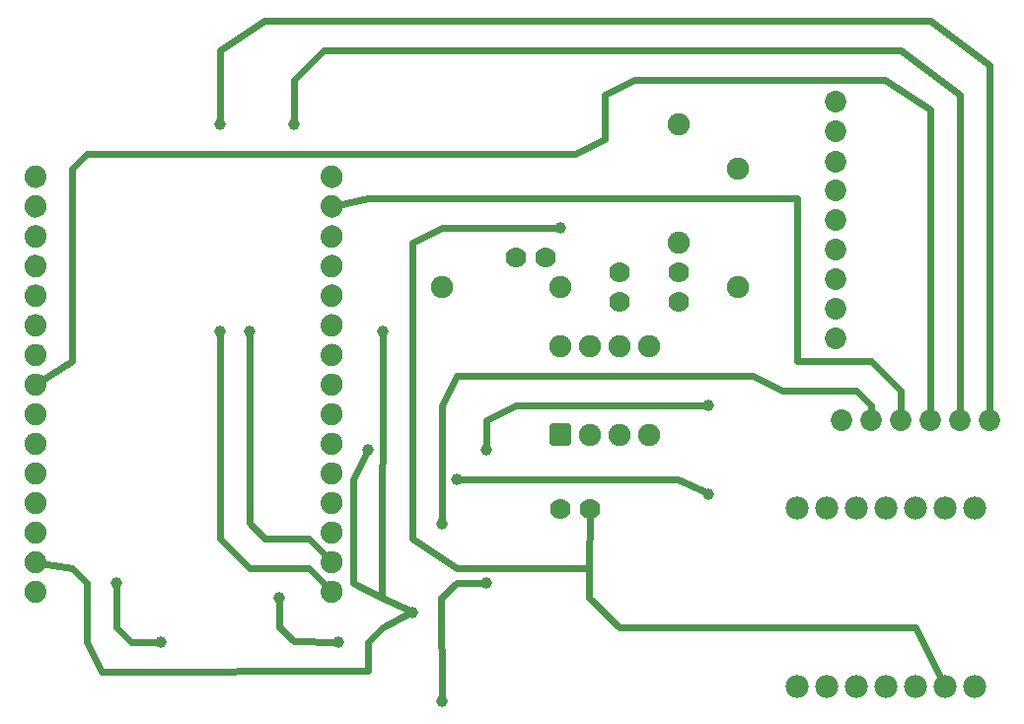
<source format=gbl>
G04 MADE WITH FRITZING*
G04 WWW.FRITZING.ORG*
G04 DOUBLE SIDED*
G04 HOLES PLATED*
G04 CONTOUR ON CENTER OF CONTOUR VECTOR*
%ASAXBY*%
%FSLAX23Y23*%
%MOIN*%
%OFA0B0*%
%SFA1.0B1.0*%
%ADD10C,0.039370*%
%ADD11C,0.074106*%
%ADD12C,0.075000*%
%ADD13C,0.070000*%
%ADD14C,0.078000*%
%ADD15C,0.072917*%
%ADD16C,0.024000*%
%ADD17C,0.020000*%
%ADD18R,0.001000X0.001000*%
%LNCOPPER0*%
G90*
G70*
G54D10*
X1607Y463D03*
X1457Y63D03*
X507Y263D03*
X907Y413D03*
X1107Y263D03*
X707Y2013D03*
X957Y2013D03*
X707Y1313D03*
X807Y1313D03*
G54D11*
X1085Y432D03*
X1085Y532D03*
X1085Y632D03*
X1085Y732D03*
X1085Y832D03*
X1085Y932D03*
X1085Y1032D03*
X1085Y1133D03*
X1085Y1233D03*
X1085Y1333D03*
X1085Y1433D03*
X1085Y1533D03*
X1085Y1633D03*
X1085Y1734D03*
X1085Y1834D03*
X83Y432D03*
X83Y532D03*
X83Y632D03*
X83Y732D03*
X83Y832D03*
X83Y932D03*
X83Y1032D03*
X83Y1133D03*
X83Y1233D03*
X83Y1333D03*
X83Y1433D03*
X83Y1533D03*
X83Y1633D03*
X83Y1734D03*
X83Y1834D03*
G54D12*
X1857Y963D03*
X1857Y1263D03*
X1957Y963D03*
X1957Y1263D03*
X2057Y963D03*
X2057Y1263D03*
X2157Y963D03*
X2157Y1263D03*
G54D13*
X1857Y713D03*
X1957Y713D03*
G54D12*
X1457Y1463D03*
X1857Y1463D03*
G54D13*
X1807Y1563D03*
X1706Y1563D03*
X2057Y1413D03*
X2057Y1513D03*
X2257Y1413D03*
X2257Y1513D03*
G54D10*
X1857Y1663D03*
G54D12*
X2257Y2013D03*
X2257Y1613D03*
X2457Y1863D03*
X2457Y1463D03*
G54D10*
X1457Y663D03*
X357Y463D03*
X1257Y1313D03*
X1357Y363D03*
X2357Y1063D03*
X2357Y763D03*
X1507Y813D03*
X1607Y913D03*
X1207Y913D03*
G54D14*
X3257Y714D03*
X3157Y714D03*
X3057Y714D03*
X2957Y714D03*
X2857Y714D03*
X2757Y714D03*
X2657Y714D03*
X2657Y113D03*
X2757Y113D03*
X2857Y113D03*
X2957Y113D03*
X3057Y113D03*
X3157Y113D03*
X3257Y113D03*
G54D15*
X2787Y2088D03*
X2907Y1013D03*
X2807Y1013D03*
X3007Y1013D03*
X3107Y1013D03*
X3207Y1013D03*
X3306Y1013D03*
X2787Y1288D03*
X2787Y1388D03*
X2787Y1488D03*
X2787Y1588D03*
X2787Y1688D03*
X2787Y1788D03*
X2787Y1884D03*
X2787Y1988D03*
G54D16*
X1507Y462D02*
X1599Y463D01*
D02*
X1455Y413D02*
X1507Y462D01*
D02*
X1457Y71D02*
X1455Y413D01*
D02*
X357Y313D02*
X357Y455D01*
D02*
X407Y263D02*
X357Y313D01*
D02*
X499Y263D02*
X407Y263D01*
D02*
X907Y313D02*
X907Y405D01*
D02*
X957Y264D02*
X907Y313D01*
D02*
X1099Y263D02*
X957Y264D01*
D02*
X1458Y1661D02*
X1849Y1663D01*
D02*
X307Y163D02*
X257Y263D01*
D02*
X257Y463D02*
X207Y513D01*
D02*
X207Y513D02*
X101Y529D01*
D02*
X257Y263D02*
X257Y463D01*
D02*
X1207Y164D02*
X307Y163D01*
D02*
X1207Y262D02*
X1207Y164D01*
D02*
X1258Y313D02*
X1207Y262D01*
D02*
X1350Y360D02*
X1258Y313D01*
D02*
X707Y2262D02*
X707Y2021D01*
D02*
X858Y2362D02*
X707Y2262D01*
D02*
X958Y2162D02*
X957Y2021D01*
D02*
X1058Y2262D02*
X958Y2162D01*
D02*
X858Y613D02*
X807Y664D01*
D02*
X1007Y613D02*
X858Y613D01*
D02*
X807Y664D02*
X807Y1305D01*
D02*
X1073Y544D02*
X1007Y613D01*
D02*
X707Y613D02*
X707Y1305D01*
D02*
X807Y513D02*
X707Y613D01*
D02*
X1007Y513D02*
X807Y513D01*
D02*
X1073Y444D02*
X1007Y513D01*
D02*
X1955Y413D02*
X2058Y313D01*
D02*
X3107Y213D02*
X3148Y130D01*
D02*
X3058Y313D02*
X3107Y213D01*
D02*
X2058Y313D02*
X3058Y313D01*
D02*
X1955Y513D02*
X1955Y413D01*
D02*
X1957Y698D02*
X1955Y513D01*
D02*
X3307Y1063D02*
X3306Y1032D01*
D02*
X3307Y2213D02*
X3307Y1063D01*
D02*
X3107Y2363D02*
X3307Y2213D01*
D02*
X858Y2362D02*
X3107Y2363D01*
D02*
X3007Y2263D02*
X1058Y2262D01*
D02*
X3207Y2113D02*
X3007Y2263D01*
D02*
X3207Y1113D02*
X3207Y2113D01*
D02*
X3207Y1032D02*
X3207Y1113D01*
D02*
X2107Y2161D02*
X2007Y2113D01*
D02*
X2007Y1961D02*
X1907Y1913D01*
D02*
X1907Y1913D02*
X1158Y1913D01*
D02*
X2007Y2113D02*
X2007Y1961D01*
D02*
X207Y1213D02*
X98Y1142D01*
D02*
X207Y1861D02*
X207Y1213D01*
D02*
X258Y1913D02*
X207Y1861D01*
D02*
X1158Y1913D02*
X258Y1913D01*
D02*
X2955Y2161D02*
X2107Y2161D01*
D02*
X3107Y2061D02*
X2955Y2161D01*
D02*
X3107Y1113D02*
X3107Y2061D01*
D02*
X3107Y1032D02*
X3107Y1113D01*
D02*
X2657Y1213D02*
X2907Y1213D01*
D02*
X2657Y1763D02*
X2657Y1213D01*
D02*
X3007Y1113D02*
X3007Y1032D01*
D02*
X2907Y1213D02*
X3007Y1113D01*
D02*
X1207Y1763D02*
X2657Y1763D01*
D02*
X1102Y1738D02*
X1207Y1763D01*
D02*
X1507Y513D02*
X1358Y613D01*
D02*
X1358Y613D02*
X1358Y1613D01*
D02*
X1358Y1613D02*
X1458Y1661D01*
D02*
X1955Y513D02*
X1507Y513D01*
D02*
X2607Y1113D02*
X2857Y1113D01*
D02*
X2507Y1163D02*
X2607Y1113D01*
D02*
X2907Y1063D02*
X2907Y1032D01*
D02*
X2857Y1113D02*
X2907Y1063D01*
D02*
X1457Y1063D02*
X1507Y1163D01*
D02*
X1507Y1163D02*
X2507Y1163D01*
D02*
X1457Y671D02*
X1457Y1063D01*
D02*
X1255Y413D02*
X1257Y1305D01*
D02*
X1349Y367D02*
X1255Y413D01*
D02*
X2255Y813D02*
X1514Y813D01*
D02*
X2349Y767D02*
X2255Y813D01*
D02*
X1607Y1013D02*
X1707Y1063D01*
D02*
X1707Y1063D02*
X2349Y1063D01*
D02*
X1607Y921D02*
X1607Y1013D01*
D02*
X1157Y813D02*
X1203Y906D01*
D02*
X1157Y462D02*
X1157Y813D01*
D02*
X1255Y413D02*
X1157Y462D01*
G54D17*
X1829Y991D02*
X1884Y991D01*
X1884Y936D01*
X1829Y936D01*
X1829Y991D01*
D02*
G54D18*
X77Y1870D02*
X90Y1870D01*
X1078Y1870D02*
X1092Y1870D01*
X73Y1869D02*
X94Y1869D01*
X1075Y1869D02*
X1095Y1869D01*
X71Y1868D02*
X97Y1868D01*
X1072Y1868D02*
X1098Y1868D01*
X68Y1867D02*
X99Y1867D01*
X1070Y1867D02*
X1100Y1867D01*
X66Y1866D02*
X101Y1866D01*
X1068Y1866D02*
X1102Y1866D01*
X65Y1865D02*
X103Y1865D01*
X1066Y1865D02*
X1104Y1865D01*
X63Y1864D02*
X104Y1864D01*
X1064Y1864D02*
X1106Y1864D01*
X62Y1863D02*
X106Y1863D01*
X1063Y1863D02*
X1107Y1863D01*
X60Y1862D02*
X107Y1862D01*
X1062Y1862D02*
X1108Y1862D01*
X59Y1861D02*
X108Y1861D01*
X1060Y1861D02*
X1109Y1861D01*
X58Y1860D02*
X109Y1860D01*
X1059Y1860D02*
X1111Y1860D01*
X57Y1859D02*
X110Y1859D01*
X1058Y1859D02*
X1111Y1859D01*
X56Y1858D02*
X111Y1858D01*
X1058Y1858D02*
X1112Y1858D01*
X55Y1857D02*
X112Y1857D01*
X1057Y1857D02*
X1113Y1857D01*
X55Y1856D02*
X113Y1856D01*
X1056Y1856D02*
X1114Y1856D01*
X54Y1855D02*
X113Y1855D01*
X1055Y1855D02*
X1115Y1855D01*
X53Y1854D02*
X114Y1854D01*
X1055Y1854D02*
X1115Y1854D01*
X53Y1853D02*
X115Y1853D01*
X1054Y1853D02*
X1116Y1853D01*
X52Y1852D02*
X115Y1852D01*
X1053Y1852D02*
X1116Y1852D01*
X52Y1851D02*
X80Y1851D01*
X88Y1851D02*
X116Y1851D01*
X1053Y1851D02*
X1081Y1851D01*
X1089Y1851D02*
X1117Y1851D01*
X51Y1850D02*
X76Y1850D01*
X91Y1850D02*
X116Y1850D01*
X1052Y1850D02*
X1077Y1850D01*
X1092Y1850D02*
X1118Y1850D01*
X51Y1849D02*
X74Y1849D01*
X93Y1849D02*
X117Y1849D01*
X1052Y1849D02*
X1076Y1849D01*
X1094Y1849D02*
X1118Y1849D01*
X50Y1848D02*
X73Y1848D01*
X94Y1848D02*
X117Y1848D01*
X1051Y1848D02*
X1074Y1848D01*
X1096Y1848D02*
X1118Y1848D01*
X50Y1847D02*
X72Y1847D01*
X96Y1847D02*
X118Y1847D01*
X1051Y1847D02*
X1073Y1847D01*
X1097Y1847D02*
X1119Y1847D01*
X49Y1846D02*
X71Y1846D01*
X97Y1846D02*
X118Y1846D01*
X1051Y1846D02*
X1072Y1846D01*
X1098Y1846D02*
X1119Y1846D01*
X49Y1845D02*
X70Y1845D01*
X98Y1845D02*
X118Y1845D01*
X1050Y1845D02*
X1071Y1845D01*
X1099Y1845D02*
X1120Y1845D01*
X49Y1844D02*
X69Y1844D01*
X98Y1844D02*
X119Y1844D01*
X1050Y1844D02*
X1070Y1844D01*
X1100Y1844D02*
X1120Y1844D01*
X49Y1843D02*
X68Y1843D01*
X99Y1843D02*
X119Y1843D01*
X1050Y1843D02*
X1069Y1843D01*
X1100Y1843D02*
X1120Y1843D01*
X48Y1842D02*
X68Y1842D01*
X100Y1842D02*
X119Y1842D01*
X1049Y1842D02*
X1069Y1842D01*
X1101Y1842D02*
X1120Y1842D01*
X48Y1841D02*
X67Y1841D01*
X100Y1841D02*
X119Y1841D01*
X1049Y1841D02*
X1068Y1841D01*
X1102Y1841D02*
X1121Y1841D01*
X48Y1840D02*
X67Y1840D01*
X101Y1840D02*
X120Y1840D01*
X1049Y1840D02*
X1068Y1840D01*
X1102Y1840D02*
X1121Y1840D01*
X48Y1839D02*
X66Y1839D01*
X101Y1839D02*
X120Y1839D01*
X1049Y1839D02*
X1068Y1839D01*
X1102Y1839D02*
X1121Y1839D01*
X47Y1838D02*
X66Y1838D01*
X101Y1838D02*
X120Y1838D01*
X1049Y1838D02*
X1067Y1838D01*
X1103Y1838D02*
X1121Y1838D01*
X47Y1837D02*
X66Y1837D01*
X101Y1837D02*
X120Y1837D01*
X1049Y1837D02*
X1067Y1837D01*
X1103Y1837D02*
X1121Y1837D01*
X47Y1836D02*
X66Y1836D01*
X102Y1836D02*
X120Y1836D01*
X1049Y1836D02*
X1067Y1836D01*
X1103Y1836D02*
X1121Y1836D01*
X47Y1835D02*
X66Y1835D01*
X102Y1835D02*
X120Y1835D01*
X1048Y1835D02*
X1067Y1835D01*
X1103Y1835D02*
X1121Y1835D01*
X47Y1834D02*
X66Y1834D01*
X102Y1834D02*
X120Y1834D01*
X1048Y1834D02*
X1067Y1834D01*
X1103Y1834D02*
X1121Y1834D01*
X47Y1833D02*
X66Y1833D01*
X102Y1833D02*
X120Y1833D01*
X1048Y1833D02*
X1067Y1833D01*
X1103Y1833D02*
X1121Y1833D01*
X47Y1832D02*
X66Y1832D01*
X102Y1832D02*
X120Y1832D01*
X1048Y1832D02*
X1067Y1832D01*
X1103Y1832D02*
X1121Y1832D01*
X47Y1831D02*
X66Y1831D01*
X102Y1831D02*
X120Y1831D01*
X1049Y1831D02*
X1067Y1831D01*
X1103Y1831D02*
X1121Y1831D01*
X47Y1830D02*
X66Y1830D01*
X101Y1830D02*
X120Y1830D01*
X1049Y1830D02*
X1067Y1830D01*
X1103Y1830D02*
X1121Y1830D01*
X48Y1829D02*
X66Y1829D01*
X101Y1829D02*
X120Y1829D01*
X1049Y1829D02*
X1068Y1829D01*
X1102Y1829D02*
X1121Y1829D01*
X48Y1828D02*
X67Y1828D01*
X101Y1828D02*
X120Y1828D01*
X1049Y1828D02*
X1068Y1828D01*
X1102Y1828D02*
X1121Y1828D01*
X48Y1827D02*
X67Y1827D01*
X101Y1827D02*
X120Y1827D01*
X1049Y1827D02*
X1068Y1827D01*
X1102Y1827D02*
X1121Y1827D01*
X48Y1826D02*
X67Y1826D01*
X100Y1826D02*
X119Y1826D01*
X1049Y1826D02*
X1069Y1826D01*
X1101Y1826D02*
X1121Y1826D01*
X48Y1825D02*
X68Y1825D01*
X99Y1825D02*
X119Y1825D01*
X1050Y1825D02*
X1069Y1825D01*
X1101Y1825D02*
X1120Y1825D01*
X49Y1824D02*
X69Y1824D01*
X99Y1824D02*
X119Y1824D01*
X1050Y1824D02*
X1070Y1824D01*
X1100Y1824D02*
X1120Y1824D01*
X49Y1823D02*
X69Y1823D01*
X98Y1823D02*
X118Y1823D01*
X1050Y1823D02*
X1071Y1823D01*
X1099Y1823D02*
X1120Y1823D01*
X49Y1822D02*
X70Y1822D01*
X97Y1822D02*
X118Y1822D01*
X1051Y1822D02*
X1072Y1822D01*
X1098Y1822D02*
X1119Y1822D01*
X50Y1821D02*
X71Y1821D01*
X96Y1821D02*
X118Y1821D01*
X1051Y1821D02*
X1072Y1821D01*
X1097Y1821D02*
X1119Y1821D01*
X50Y1820D02*
X72Y1820D01*
X95Y1820D02*
X117Y1820D01*
X1051Y1820D02*
X1074Y1820D01*
X1096Y1820D02*
X1119Y1820D01*
X50Y1819D02*
X74Y1819D01*
X94Y1819D02*
X117Y1819D01*
X1052Y1819D02*
X1075Y1819D01*
X1095Y1819D02*
X1118Y1819D01*
X51Y1818D02*
X75Y1818D01*
X92Y1818D02*
X117Y1818D01*
X1052Y1818D02*
X1077Y1818D01*
X1093Y1818D02*
X1118Y1818D01*
X51Y1817D02*
X78Y1817D01*
X90Y1817D02*
X116Y1817D01*
X1053Y1817D02*
X1079Y1817D01*
X1091Y1817D02*
X1117Y1817D01*
X52Y1816D02*
X116Y1816D01*
X1053Y1816D02*
X1117Y1816D01*
X52Y1815D02*
X115Y1815D01*
X1054Y1815D02*
X1116Y1815D01*
X53Y1814D02*
X114Y1814D01*
X1054Y1814D02*
X1116Y1814D01*
X54Y1813D02*
X114Y1813D01*
X1055Y1813D02*
X1115Y1813D01*
X54Y1812D02*
X113Y1812D01*
X1056Y1812D02*
X1114Y1812D01*
X55Y1811D02*
X112Y1811D01*
X1056Y1811D02*
X1114Y1811D01*
X56Y1810D02*
X112Y1810D01*
X1057Y1810D02*
X1113Y1810D01*
X57Y1809D02*
X111Y1809D01*
X1058Y1809D02*
X1112Y1809D01*
X58Y1808D02*
X110Y1808D01*
X1059Y1808D02*
X1111Y1808D01*
X59Y1807D02*
X109Y1807D01*
X1060Y1807D02*
X1110Y1807D01*
X60Y1806D02*
X108Y1806D01*
X1061Y1806D02*
X1109Y1806D01*
X61Y1805D02*
X106Y1805D01*
X1062Y1805D02*
X1108Y1805D01*
X62Y1804D02*
X105Y1804D01*
X1064Y1804D02*
X1106Y1804D01*
X64Y1803D02*
X104Y1803D01*
X1065Y1803D02*
X1105Y1803D01*
X65Y1802D02*
X102Y1802D01*
X1067Y1802D02*
X1103Y1802D01*
X67Y1801D02*
X100Y1801D01*
X1069Y1801D02*
X1101Y1801D01*
X69Y1800D02*
X98Y1800D01*
X1071Y1800D02*
X1099Y1800D01*
X72Y1799D02*
X95Y1799D01*
X1073Y1799D02*
X1097Y1799D01*
X75Y1798D02*
X92Y1798D01*
X1076Y1798D02*
X1093Y1798D01*
X80Y1797D02*
X87Y1797D01*
X1081Y1797D02*
X1089Y1797D01*
X78Y1770D02*
X90Y1770D01*
X1079Y1770D02*
X1091Y1770D01*
X74Y1769D02*
X94Y1769D01*
X1075Y1769D02*
X1095Y1769D01*
X71Y1768D02*
X96Y1768D01*
X1072Y1768D02*
X1098Y1768D01*
X69Y1767D02*
X99Y1767D01*
X1070Y1767D02*
X1100Y1767D01*
X67Y1766D02*
X101Y1766D01*
X1068Y1766D02*
X1102Y1766D01*
X65Y1765D02*
X103Y1765D01*
X1066Y1765D02*
X1104Y1765D01*
X63Y1764D02*
X104Y1764D01*
X1064Y1764D02*
X1105Y1764D01*
X62Y1763D02*
X106Y1763D01*
X1063Y1763D02*
X1107Y1763D01*
X60Y1762D02*
X107Y1762D01*
X1062Y1762D02*
X1108Y1762D01*
X59Y1761D02*
X108Y1761D01*
X1061Y1761D02*
X1109Y1761D01*
X58Y1760D02*
X109Y1760D01*
X1059Y1760D02*
X1110Y1760D01*
X57Y1759D02*
X110Y1759D01*
X1059Y1759D02*
X1111Y1759D01*
X56Y1758D02*
X111Y1758D01*
X1058Y1758D02*
X1112Y1758D01*
X56Y1757D02*
X112Y1757D01*
X1057Y1757D02*
X1113Y1757D01*
X55Y1756D02*
X113Y1756D01*
X1056Y1756D02*
X1114Y1756D01*
X54Y1755D02*
X113Y1755D01*
X1055Y1755D02*
X1115Y1755D01*
X53Y1754D02*
X114Y1754D01*
X1055Y1754D02*
X1115Y1754D01*
X53Y1753D02*
X115Y1753D01*
X1054Y1753D02*
X1116Y1753D01*
X52Y1752D02*
X115Y1752D01*
X1053Y1752D02*
X1116Y1752D01*
X52Y1751D02*
X81Y1751D01*
X86Y1751D02*
X116Y1751D01*
X1053Y1751D02*
X1083Y1751D01*
X1087Y1751D02*
X1117Y1751D01*
X51Y1750D02*
X77Y1750D01*
X91Y1750D02*
X116Y1750D01*
X1052Y1750D02*
X1078Y1750D01*
X1092Y1750D02*
X1117Y1750D01*
X51Y1749D02*
X75Y1749D01*
X93Y1749D02*
X117Y1749D01*
X1052Y1749D02*
X1076Y1749D01*
X1094Y1749D02*
X1118Y1749D01*
X50Y1748D02*
X73Y1748D01*
X94Y1748D02*
X117Y1748D01*
X1052Y1748D02*
X1074Y1748D01*
X1096Y1748D02*
X1118Y1748D01*
X50Y1747D02*
X72Y1747D01*
X95Y1747D02*
X118Y1747D01*
X1051Y1747D02*
X1073Y1747D01*
X1097Y1747D02*
X1119Y1747D01*
X50Y1746D02*
X71Y1746D01*
X97Y1746D02*
X118Y1746D01*
X1051Y1746D02*
X1072Y1746D01*
X1098Y1746D02*
X1119Y1746D01*
X49Y1745D02*
X70Y1745D01*
X97Y1745D02*
X118Y1745D01*
X1050Y1745D02*
X1071Y1745D01*
X1099Y1745D02*
X1120Y1745D01*
X49Y1744D02*
X69Y1744D01*
X98Y1744D02*
X119Y1744D01*
X1050Y1744D02*
X1070Y1744D01*
X1100Y1744D02*
X1120Y1744D01*
X49Y1743D02*
X68Y1743D01*
X99Y1743D02*
X119Y1743D01*
X1050Y1743D02*
X1070Y1743D01*
X1100Y1743D02*
X1120Y1743D01*
X48Y1742D02*
X68Y1742D01*
X100Y1742D02*
X119Y1742D01*
X1050Y1742D02*
X1069Y1742D01*
X1101Y1742D02*
X1120Y1742D01*
X48Y1741D02*
X67Y1741D01*
X100Y1741D02*
X119Y1741D01*
X1049Y1741D02*
X1068Y1741D01*
X1101Y1741D02*
X1121Y1741D01*
X48Y1740D02*
X67Y1740D01*
X101Y1740D02*
X120Y1740D01*
X1049Y1740D02*
X1068Y1740D01*
X1102Y1740D02*
X1121Y1740D01*
X48Y1739D02*
X66Y1739D01*
X101Y1739D02*
X120Y1739D01*
X1049Y1739D02*
X1068Y1739D01*
X1102Y1739D02*
X1121Y1739D01*
X47Y1738D02*
X66Y1738D01*
X101Y1738D02*
X120Y1738D01*
X1049Y1738D02*
X1067Y1738D01*
X1102Y1738D02*
X1121Y1738D01*
X47Y1737D02*
X66Y1737D01*
X101Y1737D02*
X120Y1737D01*
X1049Y1737D02*
X1067Y1737D01*
X1103Y1737D02*
X1121Y1737D01*
X47Y1736D02*
X66Y1736D01*
X102Y1736D02*
X120Y1736D01*
X1049Y1736D02*
X1067Y1736D01*
X1103Y1736D02*
X1121Y1736D01*
X47Y1735D02*
X66Y1735D01*
X102Y1735D02*
X120Y1735D01*
X1048Y1735D02*
X1067Y1735D01*
X1103Y1735D02*
X1121Y1735D01*
X47Y1734D02*
X66Y1734D01*
X102Y1734D02*
X120Y1734D01*
X1048Y1734D02*
X1067Y1734D01*
X1103Y1734D02*
X1121Y1734D01*
X47Y1733D02*
X66Y1733D01*
X102Y1733D02*
X120Y1733D01*
X1048Y1733D02*
X1067Y1733D01*
X1103Y1733D02*
X1121Y1733D01*
X47Y1732D02*
X66Y1732D01*
X102Y1732D02*
X120Y1732D01*
X1048Y1732D02*
X1067Y1732D01*
X1103Y1732D02*
X1121Y1732D01*
X47Y1731D02*
X66Y1731D01*
X102Y1731D02*
X120Y1731D01*
X1049Y1731D02*
X1067Y1731D01*
X1103Y1731D02*
X1121Y1731D01*
X47Y1730D02*
X66Y1730D01*
X101Y1730D02*
X120Y1730D01*
X1049Y1730D02*
X1067Y1730D01*
X1103Y1730D02*
X1121Y1730D01*
X48Y1729D02*
X66Y1729D01*
X101Y1729D02*
X120Y1729D01*
X1049Y1729D02*
X1067Y1729D01*
X1102Y1729D02*
X1121Y1729D01*
X48Y1728D02*
X67Y1728D01*
X101Y1728D02*
X120Y1728D01*
X1049Y1728D02*
X1068Y1728D01*
X1102Y1728D02*
X1121Y1728D01*
X48Y1727D02*
X67Y1727D01*
X101Y1727D02*
X120Y1727D01*
X1049Y1727D02*
X1068Y1727D01*
X1102Y1727D02*
X1121Y1727D01*
X48Y1726D02*
X67Y1726D01*
X100Y1726D02*
X119Y1726D01*
X1049Y1726D02*
X1069Y1726D01*
X1101Y1726D02*
X1121Y1726D01*
X48Y1725D02*
X68Y1725D01*
X100Y1725D02*
X119Y1725D01*
X1050Y1725D02*
X1069Y1725D01*
X1101Y1725D02*
X1120Y1725D01*
X49Y1724D02*
X68Y1724D01*
X99Y1724D02*
X119Y1724D01*
X1050Y1724D02*
X1070Y1724D01*
X1100Y1724D02*
X1120Y1724D01*
X49Y1723D02*
X69Y1723D01*
X98Y1723D02*
X119Y1723D01*
X1050Y1723D02*
X1071Y1723D01*
X1099Y1723D02*
X1120Y1723D01*
X49Y1722D02*
X70Y1722D01*
X97Y1722D02*
X118Y1722D01*
X1050Y1722D02*
X1071Y1722D01*
X1098Y1722D02*
X1119Y1722D01*
X50Y1721D02*
X71Y1721D01*
X96Y1721D02*
X118Y1721D01*
X1051Y1721D02*
X1072Y1721D01*
X1098Y1721D02*
X1119Y1721D01*
X50Y1720D02*
X72Y1720D01*
X95Y1720D02*
X117Y1720D01*
X1051Y1720D02*
X1074Y1720D01*
X1096Y1720D02*
X1119Y1720D01*
X50Y1719D02*
X73Y1719D01*
X94Y1719D02*
X117Y1719D01*
X1052Y1719D02*
X1075Y1719D01*
X1095Y1719D02*
X1118Y1719D01*
X51Y1718D02*
X75Y1718D01*
X92Y1718D02*
X117Y1718D01*
X1052Y1718D02*
X1076Y1718D01*
X1094Y1718D02*
X1118Y1718D01*
X51Y1717D02*
X77Y1717D01*
X90Y1717D02*
X116Y1717D01*
X1053Y1717D02*
X1079Y1717D01*
X1091Y1717D02*
X1117Y1717D01*
X52Y1716D02*
X116Y1716D01*
X1053Y1716D02*
X1117Y1716D01*
X52Y1715D02*
X115Y1715D01*
X1054Y1715D02*
X1116Y1715D01*
X53Y1714D02*
X114Y1714D01*
X1054Y1714D02*
X1116Y1714D01*
X54Y1713D02*
X114Y1713D01*
X1055Y1713D02*
X1115Y1713D01*
X54Y1712D02*
X113Y1712D01*
X1056Y1712D02*
X1114Y1712D01*
X55Y1711D02*
X112Y1711D01*
X1056Y1711D02*
X1114Y1711D01*
X56Y1710D02*
X112Y1710D01*
X1057Y1710D02*
X1113Y1710D01*
X57Y1709D02*
X111Y1709D01*
X1058Y1709D02*
X1112Y1709D01*
X58Y1708D02*
X110Y1708D01*
X1059Y1708D02*
X1111Y1708D01*
X59Y1707D02*
X109Y1707D01*
X1060Y1707D02*
X1110Y1707D01*
X60Y1706D02*
X108Y1706D01*
X1061Y1706D02*
X1109Y1706D01*
X61Y1705D02*
X107Y1705D01*
X1062Y1705D02*
X1108Y1705D01*
X62Y1704D02*
X105Y1704D01*
X1063Y1704D02*
X1106Y1704D01*
X64Y1703D02*
X104Y1703D01*
X1065Y1703D02*
X1105Y1703D01*
X65Y1702D02*
X102Y1702D01*
X1066Y1702D02*
X1103Y1702D01*
X67Y1701D02*
X100Y1701D01*
X1068Y1701D02*
X1102Y1701D01*
X69Y1700D02*
X98Y1700D01*
X1070Y1700D02*
X1099Y1700D01*
X72Y1699D02*
X96Y1699D01*
X1073Y1699D02*
X1097Y1699D01*
X75Y1698D02*
X93Y1698D01*
X1076Y1698D02*
X1094Y1698D01*
X79Y1697D02*
X88Y1697D01*
X1081Y1697D02*
X1089Y1697D01*
X79Y1670D02*
X89Y1670D01*
X1080Y1670D02*
X1090Y1670D01*
X74Y1669D02*
X93Y1669D01*
X1075Y1669D02*
X1094Y1669D01*
X71Y1668D02*
X96Y1668D01*
X1073Y1668D02*
X1097Y1668D01*
X69Y1667D02*
X99Y1667D01*
X1070Y1667D02*
X1100Y1667D01*
X67Y1666D02*
X101Y1666D01*
X1068Y1666D02*
X1102Y1666D01*
X65Y1665D02*
X102Y1665D01*
X1066Y1665D02*
X1104Y1665D01*
X63Y1664D02*
X104Y1664D01*
X1065Y1664D02*
X1105Y1664D01*
X62Y1663D02*
X105Y1663D01*
X1063Y1663D02*
X1107Y1663D01*
X61Y1662D02*
X107Y1662D01*
X1062Y1662D02*
X1108Y1662D01*
X59Y1661D02*
X108Y1661D01*
X1061Y1661D02*
X1109Y1661D01*
X58Y1660D02*
X109Y1660D01*
X1060Y1660D02*
X1110Y1660D01*
X57Y1659D02*
X110Y1659D01*
X1059Y1659D02*
X1111Y1659D01*
X56Y1658D02*
X111Y1658D01*
X1058Y1658D02*
X1112Y1658D01*
X56Y1657D02*
X112Y1657D01*
X1057Y1657D02*
X1113Y1657D01*
X55Y1656D02*
X113Y1656D01*
X1056Y1656D02*
X1114Y1656D01*
X54Y1655D02*
X113Y1655D01*
X1055Y1655D02*
X1114Y1655D01*
X54Y1654D02*
X114Y1654D01*
X1055Y1654D02*
X1115Y1654D01*
X53Y1653D02*
X115Y1653D01*
X1054Y1653D02*
X1116Y1653D01*
X52Y1652D02*
X115Y1652D01*
X1054Y1652D02*
X1116Y1652D01*
X52Y1651D02*
X116Y1651D01*
X1053Y1651D02*
X1117Y1651D01*
X51Y1650D02*
X77Y1650D01*
X90Y1650D02*
X116Y1650D01*
X1053Y1650D02*
X1078Y1650D01*
X1092Y1650D02*
X1117Y1650D01*
X51Y1649D02*
X75Y1649D01*
X93Y1649D02*
X117Y1649D01*
X1052Y1649D02*
X1076Y1649D01*
X1094Y1649D02*
X1118Y1649D01*
X50Y1648D02*
X73Y1648D01*
X94Y1648D02*
X117Y1648D01*
X1052Y1648D02*
X1075Y1648D01*
X1095Y1648D02*
X1118Y1648D01*
X50Y1647D02*
X72Y1647D01*
X95Y1647D02*
X117Y1647D01*
X1051Y1647D02*
X1073Y1647D01*
X1097Y1647D02*
X1119Y1647D01*
X50Y1646D02*
X71Y1646D01*
X96Y1646D02*
X118Y1646D01*
X1051Y1646D02*
X1072Y1646D01*
X1098Y1646D02*
X1119Y1646D01*
X49Y1645D02*
X70Y1645D01*
X97Y1645D02*
X118Y1645D01*
X1050Y1645D02*
X1071Y1645D01*
X1099Y1645D02*
X1119Y1645D01*
X49Y1644D02*
X69Y1644D01*
X98Y1644D02*
X119Y1644D01*
X1050Y1644D02*
X1070Y1644D01*
X1099Y1644D02*
X1120Y1644D01*
X49Y1643D02*
X68Y1643D01*
X99Y1643D02*
X119Y1643D01*
X1050Y1643D02*
X1070Y1643D01*
X1100Y1643D02*
X1120Y1643D01*
X48Y1642D02*
X68Y1642D01*
X100Y1642D02*
X119Y1642D01*
X1050Y1642D02*
X1069Y1642D01*
X1101Y1642D02*
X1120Y1642D01*
X48Y1641D02*
X67Y1641D01*
X100Y1641D02*
X119Y1641D01*
X1049Y1641D02*
X1068Y1641D01*
X1101Y1641D02*
X1121Y1641D01*
X48Y1640D02*
X67Y1640D01*
X101Y1640D02*
X120Y1640D01*
X1049Y1640D02*
X1068Y1640D01*
X1102Y1640D02*
X1121Y1640D01*
X48Y1639D02*
X66Y1639D01*
X101Y1639D02*
X120Y1639D01*
X1049Y1639D02*
X1068Y1639D01*
X1102Y1639D02*
X1121Y1639D01*
X48Y1638D02*
X66Y1638D01*
X101Y1638D02*
X120Y1638D01*
X1049Y1638D02*
X1067Y1638D01*
X1102Y1638D02*
X1121Y1638D01*
X47Y1637D02*
X66Y1637D01*
X101Y1637D02*
X120Y1637D01*
X1049Y1637D02*
X1067Y1637D01*
X1103Y1637D02*
X1121Y1637D01*
X47Y1636D02*
X66Y1636D01*
X102Y1636D02*
X120Y1636D01*
X1049Y1636D02*
X1067Y1636D01*
X1103Y1636D02*
X1121Y1636D01*
X47Y1635D02*
X66Y1635D01*
X102Y1635D02*
X120Y1635D01*
X1048Y1635D02*
X1067Y1635D01*
X1103Y1635D02*
X1121Y1635D01*
X47Y1634D02*
X66Y1634D01*
X102Y1634D02*
X120Y1634D01*
X1048Y1634D02*
X1067Y1634D01*
X1103Y1634D02*
X1121Y1634D01*
X47Y1633D02*
X66Y1633D01*
X102Y1633D02*
X120Y1633D01*
X1048Y1633D02*
X1067Y1633D01*
X1103Y1633D02*
X1121Y1633D01*
X47Y1632D02*
X66Y1632D01*
X102Y1632D02*
X120Y1632D01*
X1048Y1632D02*
X1067Y1632D01*
X1103Y1632D02*
X1121Y1632D01*
X47Y1631D02*
X66Y1631D01*
X102Y1631D02*
X120Y1631D01*
X1049Y1631D02*
X1067Y1631D01*
X1103Y1631D02*
X1121Y1631D01*
X47Y1630D02*
X66Y1630D01*
X101Y1630D02*
X120Y1630D01*
X1049Y1630D02*
X1067Y1630D01*
X1103Y1630D02*
X1121Y1630D01*
X48Y1629D02*
X66Y1629D01*
X101Y1629D02*
X120Y1629D01*
X1049Y1629D02*
X1067Y1629D01*
X1102Y1629D02*
X1121Y1629D01*
X48Y1628D02*
X66Y1628D01*
X101Y1628D02*
X120Y1628D01*
X1049Y1628D02*
X1068Y1628D01*
X1102Y1628D02*
X1121Y1628D01*
X48Y1627D02*
X67Y1627D01*
X101Y1627D02*
X120Y1627D01*
X1049Y1627D02*
X1068Y1627D01*
X1102Y1627D02*
X1121Y1627D01*
X48Y1626D02*
X67Y1626D01*
X100Y1626D02*
X119Y1626D01*
X1049Y1626D02*
X1068Y1626D01*
X1101Y1626D02*
X1121Y1626D01*
X48Y1625D02*
X68Y1625D01*
X100Y1625D02*
X119Y1625D01*
X1050Y1625D02*
X1069Y1625D01*
X1101Y1625D02*
X1120Y1625D01*
X49Y1624D02*
X68Y1624D01*
X99Y1624D02*
X119Y1624D01*
X1050Y1624D02*
X1070Y1624D01*
X1100Y1624D02*
X1120Y1624D01*
X49Y1623D02*
X69Y1623D01*
X98Y1623D02*
X119Y1623D01*
X1050Y1623D02*
X1070Y1623D01*
X1099Y1623D02*
X1120Y1623D01*
X49Y1622D02*
X70Y1622D01*
X97Y1622D02*
X118Y1622D01*
X1050Y1622D02*
X1071Y1622D01*
X1099Y1622D02*
X1119Y1622D01*
X50Y1621D02*
X71Y1621D01*
X96Y1621D02*
X118Y1621D01*
X1051Y1621D02*
X1072Y1621D01*
X1098Y1621D02*
X1119Y1621D01*
X50Y1620D02*
X72Y1620D01*
X95Y1620D02*
X117Y1620D01*
X1051Y1620D02*
X1073Y1620D01*
X1097Y1620D02*
X1119Y1620D01*
X50Y1619D02*
X73Y1619D01*
X94Y1619D02*
X117Y1619D01*
X1052Y1619D02*
X1075Y1619D01*
X1095Y1619D02*
X1118Y1619D01*
X51Y1618D02*
X75Y1618D01*
X93Y1618D02*
X117Y1618D01*
X1052Y1618D02*
X1076Y1618D01*
X1094Y1618D02*
X1118Y1618D01*
X51Y1617D02*
X77Y1617D01*
X90Y1617D02*
X116Y1617D01*
X1053Y1617D02*
X1078Y1617D01*
X1092Y1617D02*
X1117Y1617D01*
X52Y1616D02*
X116Y1616D01*
X1053Y1616D02*
X1117Y1616D01*
X52Y1615D02*
X115Y1615D01*
X1054Y1615D02*
X1116Y1615D01*
X53Y1614D02*
X115Y1614D01*
X1054Y1614D02*
X1116Y1614D01*
X54Y1613D02*
X114Y1613D01*
X1055Y1613D02*
X1115Y1613D01*
X54Y1612D02*
X113Y1612D01*
X1055Y1612D02*
X1114Y1612D01*
X55Y1611D02*
X113Y1611D01*
X1056Y1611D02*
X1114Y1611D01*
X56Y1610D02*
X112Y1610D01*
X1057Y1610D02*
X1113Y1610D01*
X56Y1609D02*
X111Y1609D01*
X1058Y1609D02*
X1112Y1609D01*
X57Y1608D02*
X110Y1608D01*
X1059Y1608D02*
X1111Y1608D01*
X58Y1607D02*
X109Y1607D01*
X1060Y1607D02*
X1110Y1607D01*
X59Y1606D02*
X108Y1606D01*
X1061Y1606D02*
X1109Y1606D01*
X61Y1605D02*
X107Y1605D01*
X1062Y1605D02*
X1108Y1605D01*
X62Y1604D02*
X105Y1604D01*
X1063Y1604D02*
X1107Y1604D01*
X63Y1603D02*
X104Y1603D01*
X1065Y1603D02*
X1105Y1603D01*
X65Y1602D02*
X102Y1602D01*
X1066Y1602D02*
X1104Y1602D01*
X67Y1601D02*
X101Y1601D01*
X1068Y1601D02*
X1102Y1601D01*
X69Y1600D02*
X99Y1600D01*
X1070Y1600D02*
X1100Y1600D01*
X71Y1599D02*
X96Y1599D01*
X1073Y1599D02*
X1097Y1599D01*
X74Y1598D02*
X93Y1598D01*
X1075Y1598D02*
X1094Y1598D01*
X79Y1597D02*
X89Y1597D01*
X1080Y1597D02*
X1090Y1597D01*
X79Y1570D02*
X88Y1570D01*
X1080Y1570D02*
X1089Y1570D01*
X75Y1569D02*
X93Y1569D01*
X1076Y1569D02*
X1094Y1569D01*
X72Y1568D02*
X96Y1568D01*
X1073Y1568D02*
X1097Y1568D01*
X69Y1567D02*
X98Y1567D01*
X1070Y1567D02*
X1100Y1567D01*
X67Y1566D02*
X100Y1566D01*
X1068Y1566D02*
X1102Y1566D01*
X65Y1565D02*
X102Y1565D01*
X1066Y1565D02*
X1103Y1565D01*
X64Y1564D02*
X104Y1564D01*
X1065Y1564D02*
X1105Y1564D01*
X62Y1563D02*
X105Y1563D01*
X1063Y1563D02*
X1107Y1563D01*
X61Y1562D02*
X107Y1562D01*
X1062Y1562D02*
X1108Y1562D01*
X60Y1561D02*
X108Y1561D01*
X1061Y1561D02*
X1109Y1561D01*
X58Y1560D02*
X109Y1560D01*
X1060Y1560D02*
X1110Y1560D01*
X57Y1559D02*
X110Y1559D01*
X1059Y1559D02*
X1111Y1559D01*
X57Y1558D02*
X111Y1558D01*
X1058Y1558D02*
X1112Y1558D01*
X56Y1557D02*
X112Y1557D01*
X1057Y1557D02*
X1113Y1557D01*
X55Y1556D02*
X112Y1556D01*
X1056Y1556D02*
X1114Y1556D01*
X54Y1555D02*
X113Y1555D01*
X1055Y1555D02*
X1114Y1555D01*
X54Y1554D02*
X114Y1554D01*
X1055Y1554D02*
X1115Y1554D01*
X53Y1553D02*
X114Y1553D01*
X1054Y1553D02*
X1116Y1553D01*
X52Y1552D02*
X115Y1552D01*
X1054Y1552D02*
X1116Y1552D01*
X52Y1551D02*
X116Y1551D01*
X1053Y1551D02*
X1117Y1551D01*
X51Y1550D02*
X77Y1550D01*
X90Y1550D02*
X116Y1550D01*
X1053Y1550D02*
X1079Y1550D01*
X1091Y1550D02*
X1117Y1550D01*
X51Y1549D02*
X75Y1549D01*
X92Y1549D02*
X117Y1549D01*
X1052Y1549D02*
X1076Y1549D01*
X1094Y1549D02*
X1118Y1549D01*
X50Y1548D02*
X73Y1548D01*
X94Y1548D02*
X117Y1548D01*
X1052Y1548D02*
X1075Y1548D01*
X1095Y1548D02*
X1118Y1548D01*
X50Y1547D02*
X72Y1547D01*
X95Y1547D02*
X117Y1547D01*
X1051Y1547D02*
X1073Y1547D01*
X1096Y1547D02*
X1119Y1547D01*
X50Y1546D02*
X71Y1546D01*
X96Y1546D02*
X118Y1546D01*
X1051Y1546D02*
X1072Y1546D01*
X1098Y1546D02*
X1119Y1546D01*
X49Y1545D02*
X70Y1545D01*
X97Y1545D02*
X118Y1545D01*
X1050Y1545D02*
X1071Y1545D01*
X1099Y1545D02*
X1119Y1545D01*
X49Y1544D02*
X69Y1544D01*
X98Y1544D02*
X119Y1544D01*
X1050Y1544D02*
X1071Y1544D01*
X1099Y1544D02*
X1120Y1544D01*
X49Y1543D02*
X68Y1543D01*
X99Y1543D02*
X119Y1543D01*
X1050Y1543D02*
X1070Y1543D01*
X1100Y1543D02*
X1120Y1543D01*
X48Y1542D02*
X68Y1542D01*
X100Y1542D02*
X119Y1542D01*
X1050Y1542D02*
X1069Y1542D01*
X1101Y1542D02*
X1120Y1542D01*
X48Y1541D02*
X67Y1541D01*
X100Y1541D02*
X119Y1541D01*
X1049Y1541D02*
X1069Y1541D01*
X1101Y1541D02*
X1121Y1541D01*
X48Y1540D02*
X67Y1540D01*
X101Y1540D02*
X120Y1540D01*
X1049Y1540D02*
X1068Y1540D01*
X1102Y1540D02*
X1121Y1540D01*
X48Y1539D02*
X67Y1539D01*
X101Y1539D02*
X120Y1539D01*
X1049Y1539D02*
X1068Y1539D01*
X1102Y1539D02*
X1121Y1539D01*
X48Y1538D02*
X66Y1538D01*
X101Y1538D02*
X120Y1538D01*
X1049Y1538D02*
X1067Y1538D01*
X1102Y1538D02*
X1121Y1538D01*
X47Y1537D02*
X66Y1537D01*
X101Y1537D02*
X120Y1537D01*
X1049Y1537D02*
X1067Y1537D01*
X1103Y1537D02*
X1121Y1537D01*
X47Y1536D02*
X66Y1536D01*
X102Y1536D02*
X120Y1536D01*
X1049Y1536D02*
X1067Y1536D01*
X1103Y1536D02*
X1121Y1536D01*
X47Y1535D02*
X66Y1535D01*
X102Y1535D02*
X120Y1535D01*
X1048Y1535D02*
X1067Y1535D01*
X1103Y1535D02*
X1121Y1535D01*
X47Y1534D02*
X66Y1534D01*
X102Y1534D02*
X120Y1534D01*
X1048Y1534D02*
X1067Y1534D01*
X1103Y1534D02*
X1121Y1534D01*
X47Y1533D02*
X66Y1533D01*
X102Y1533D02*
X120Y1533D01*
X1048Y1533D02*
X1067Y1533D01*
X1103Y1533D02*
X1121Y1533D01*
X47Y1532D02*
X66Y1532D01*
X102Y1532D02*
X120Y1532D01*
X1048Y1532D02*
X1067Y1532D01*
X1103Y1532D02*
X1121Y1532D01*
X47Y1531D02*
X66Y1531D01*
X102Y1531D02*
X120Y1531D01*
X1049Y1531D02*
X1067Y1531D01*
X1103Y1531D02*
X1121Y1531D01*
X47Y1530D02*
X66Y1530D01*
X101Y1530D02*
X120Y1530D01*
X1049Y1530D02*
X1067Y1530D01*
X1103Y1530D02*
X1121Y1530D01*
X47Y1529D02*
X66Y1529D01*
X101Y1529D02*
X120Y1529D01*
X1049Y1529D02*
X1067Y1529D01*
X1102Y1529D02*
X1121Y1529D01*
X48Y1528D02*
X66Y1528D01*
X101Y1528D02*
X120Y1528D01*
X1049Y1528D02*
X1068Y1528D01*
X1102Y1528D02*
X1121Y1528D01*
X48Y1527D02*
X67Y1527D01*
X101Y1527D02*
X120Y1527D01*
X1049Y1527D02*
X1068Y1527D01*
X1102Y1527D02*
X1121Y1527D01*
X48Y1526D02*
X67Y1526D01*
X100Y1526D02*
X119Y1526D01*
X1049Y1526D02*
X1068Y1526D01*
X1101Y1526D02*
X1121Y1526D01*
X48Y1525D02*
X68Y1525D01*
X100Y1525D02*
X119Y1525D01*
X1050Y1525D02*
X1069Y1525D01*
X1101Y1525D02*
X1120Y1525D01*
X49Y1524D02*
X68Y1524D01*
X99Y1524D02*
X119Y1524D01*
X1050Y1524D02*
X1070Y1524D01*
X1100Y1524D02*
X1120Y1524D01*
X49Y1523D02*
X69Y1523D01*
X98Y1523D02*
X119Y1523D01*
X1050Y1523D02*
X1070Y1523D01*
X1100Y1523D02*
X1120Y1523D01*
X49Y1522D02*
X70Y1522D01*
X97Y1522D02*
X118Y1522D01*
X1050Y1522D02*
X1071Y1522D01*
X1099Y1522D02*
X1120Y1522D01*
X50Y1521D02*
X71Y1521D01*
X97Y1521D02*
X118Y1521D01*
X1051Y1521D02*
X1072Y1521D01*
X1098Y1521D02*
X1119Y1521D01*
X50Y1520D02*
X72Y1520D01*
X95Y1520D02*
X118Y1520D01*
X1051Y1520D02*
X1073Y1520D01*
X1097Y1520D02*
X1119Y1520D01*
X50Y1519D02*
X73Y1519D01*
X94Y1519D02*
X117Y1519D01*
X1052Y1519D02*
X1074Y1519D01*
X1096Y1519D02*
X1118Y1519D01*
X51Y1518D02*
X75Y1518D01*
X93Y1518D02*
X117Y1518D01*
X1052Y1518D02*
X1076Y1518D01*
X1094Y1518D02*
X1118Y1518D01*
X51Y1517D02*
X77Y1517D01*
X91Y1517D02*
X116Y1517D01*
X1052Y1517D02*
X1078Y1517D01*
X1092Y1517D02*
X1117Y1517D01*
X52Y1516D02*
X81Y1516D01*
X86Y1516D02*
X116Y1516D01*
X1053Y1516D02*
X1083Y1516D01*
X1087Y1516D02*
X1117Y1516D01*
X52Y1515D02*
X115Y1515D01*
X1053Y1515D02*
X1116Y1515D01*
X53Y1514D02*
X115Y1514D01*
X1054Y1514D02*
X1116Y1514D01*
X53Y1513D02*
X114Y1513D01*
X1055Y1513D02*
X1115Y1513D01*
X54Y1512D02*
X113Y1512D01*
X1055Y1512D02*
X1115Y1512D01*
X55Y1511D02*
X113Y1511D01*
X1056Y1511D02*
X1114Y1511D01*
X56Y1510D02*
X112Y1510D01*
X1057Y1510D02*
X1113Y1510D01*
X56Y1509D02*
X111Y1509D01*
X1058Y1509D02*
X1112Y1509D01*
X57Y1508D02*
X110Y1508D01*
X1059Y1508D02*
X1111Y1508D01*
X58Y1507D02*
X109Y1507D01*
X1059Y1507D02*
X1110Y1507D01*
X59Y1506D02*
X108Y1506D01*
X1061Y1506D02*
X1109Y1506D01*
X60Y1505D02*
X107Y1505D01*
X1062Y1505D02*
X1108Y1505D01*
X62Y1504D02*
X106Y1504D01*
X1063Y1504D02*
X1107Y1504D01*
X63Y1503D02*
X104Y1503D01*
X1064Y1503D02*
X1105Y1503D01*
X65Y1502D02*
X103Y1502D01*
X1066Y1502D02*
X1104Y1502D01*
X67Y1501D02*
X101Y1501D01*
X1068Y1501D02*
X1102Y1501D01*
X69Y1500D02*
X99Y1500D01*
X1070Y1500D02*
X1100Y1500D01*
X71Y1499D02*
X96Y1499D01*
X1072Y1499D02*
X1098Y1499D01*
X74Y1498D02*
X94Y1498D01*
X1075Y1498D02*
X1095Y1498D01*
X78Y1497D02*
X90Y1497D01*
X1079Y1497D02*
X1091Y1497D01*
X80Y1470D02*
X87Y1470D01*
X1081Y1470D02*
X1089Y1470D01*
X75Y1469D02*
X92Y1469D01*
X1076Y1469D02*
X1094Y1469D01*
X72Y1468D02*
X95Y1468D01*
X1073Y1468D02*
X1097Y1468D01*
X69Y1467D02*
X98Y1467D01*
X1071Y1467D02*
X1099Y1467D01*
X67Y1466D02*
X100Y1466D01*
X1069Y1466D02*
X1101Y1466D01*
X65Y1465D02*
X102Y1465D01*
X1067Y1465D02*
X1103Y1465D01*
X64Y1464D02*
X104Y1464D01*
X1065Y1464D02*
X1105Y1464D01*
X62Y1463D02*
X105Y1463D01*
X1064Y1463D02*
X1106Y1463D01*
X61Y1462D02*
X106Y1462D01*
X1062Y1462D02*
X1108Y1462D01*
X60Y1461D02*
X108Y1461D01*
X1061Y1461D02*
X1109Y1461D01*
X59Y1460D02*
X109Y1460D01*
X1060Y1460D02*
X1110Y1460D01*
X58Y1459D02*
X110Y1459D01*
X1059Y1459D02*
X1111Y1459D01*
X57Y1458D02*
X111Y1458D01*
X1058Y1458D02*
X1112Y1458D01*
X56Y1457D02*
X112Y1457D01*
X1057Y1457D02*
X1113Y1457D01*
X55Y1456D02*
X112Y1456D01*
X1056Y1456D02*
X1114Y1456D01*
X54Y1455D02*
X113Y1455D01*
X1056Y1455D02*
X1114Y1455D01*
X54Y1454D02*
X114Y1454D01*
X1055Y1454D02*
X1115Y1454D01*
X53Y1453D02*
X114Y1453D01*
X1054Y1453D02*
X1116Y1453D01*
X52Y1452D02*
X115Y1452D01*
X1054Y1452D02*
X1116Y1452D01*
X52Y1451D02*
X116Y1451D01*
X1053Y1451D02*
X1117Y1451D01*
X51Y1450D02*
X78Y1450D01*
X90Y1450D02*
X116Y1450D01*
X1053Y1450D02*
X1079Y1450D01*
X1091Y1450D02*
X1117Y1450D01*
X51Y1449D02*
X75Y1449D01*
X92Y1449D02*
X117Y1449D01*
X1052Y1449D02*
X1077Y1449D01*
X1093Y1449D02*
X1118Y1449D01*
X50Y1448D02*
X74Y1448D01*
X94Y1448D02*
X117Y1448D01*
X1052Y1448D02*
X1075Y1448D01*
X1095Y1448D02*
X1118Y1448D01*
X50Y1447D02*
X72Y1447D01*
X95Y1447D02*
X117Y1447D01*
X1051Y1447D02*
X1074Y1447D01*
X1096Y1447D02*
X1119Y1447D01*
X50Y1446D02*
X71Y1446D01*
X96Y1446D02*
X118Y1446D01*
X1051Y1446D02*
X1072Y1446D01*
X1097Y1446D02*
X1119Y1446D01*
X49Y1445D02*
X70Y1445D01*
X97Y1445D02*
X118Y1445D01*
X1051Y1445D02*
X1071Y1445D01*
X1098Y1445D02*
X1119Y1445D01*
X49Y1444D02*
X69Y1444D01*
X98Y1444D02*
X119Y1444D01*
X1050Y1444D02*
X1071Y1444D01*
X1099Y1444D02*
X1120Y1444D01*
X49Y1443D02*
X69Y1443D01*
X99Y1443D02*
X119Y1443D01*
X1050Y1443D02*
X1070Y1443D01*
X1100Y1443D02*
X1120Y1443D01*
X48Y1442D02*
X68Y1442D01*
X99Y1442D02*
X119Y1442D01*
X1050Y1442D02*
X1069Y1442D01*
X1101Y1442D02*
X1120Y1442D01*
X48Y1441D02*
X67Y1441D01*
X100Y1441D02*
X119Y1441D01*
X1049Y1441D02*
X1069Y1441D01*
X1101Y1441D02*
X1121Y1441D01*
X48Y1440D02*
X67Y1440D01*
X101Y1440D02*
X120Y1440D01*
X1049Y1440D02*
X1068Y1440D01*
X1102Y1440D02*
X1121Y1440D01*
X48Y1439D02*
X67Y1439D01*
X101Y1439D02*
X120Y1439D01*
X1049Y1439D02*
X1068Y1439D01*
X1102Y1439D02*
X1121Y1439D01*
X48Y1438D02*
X66Y1438D01*
X101Y1438D02*
X120Y1438D01*
X1049Y1438D02*
X1068Y1438D01*
X1102Y1438D02*
X1121Y1438D01*
X47Y1437D02*
X66Y1437D01*
X101Y1437D02*
X120Y1437D01*
X1049Y1437D02*
X1067Y1437D01*
X1103Y1437D02*
X1121Y1437D01*
X47Y1436D02*
X66Y1436D01*
X102Y1436D02*
X120Y1436D01*
X1049Y1436D02*
X1067Y1436D01*
X1103Y1436D02*
X1121Y1436D01*
X47Y1435D02*
X66Y1435D01*
X102Y1435D02*
X120Y1435D01*
X1048Y1435D02*
X1067Y1435D01*
X1103Y1435D02*
X1121Y1435D01*
X47Y1434D02*
X66Y1434D01*
X102Y1434D02*
X120Y1434D01*
X1048Y1434D02*
X1067Y1434D01*
X1103Y1434D02*
X1121Y1434D01*
X47Y1433D02*
X66Y1433D01*
X102Y1433D02*
X120Y1433D01*
X1048Y1433D02*
X1067Y1433D01*
X1103Y1433D02*
X1121Y1433D01*
X47Y1432D02*
X66Y1432D01*
X102Y1432D02*
X120Y1432D01*
X1048Y1432D02*
X1067Y1432D01*
X1103Y1432D02*
X1121Y1432D01*
X47Y1431D02*
X66Y1431D01*
X102Y1431D02*
X120Y1431D01*
X1049Y1431D02*
X1067Y1431D01*
X1103Y1431D02*
X1121Y1431D01*
X47Y1430D02*
X66Y1430D01*
X101Y1430D02*
X120Y1430D01*
X1049Y1430D02*
X1067Y1430D01*
X1103Y1430D02*
X1121Y1430D01*
X47Y1429D02*
X66Y1429D01*
X101Y1429D02*
X120Y1429D01*
X1049Y1429D02*
X1067Y1429D01*
X1103Y1429D02*
X1121Y1429D01*
X48Y1428D02*
X66Y1428D01*
X101Y1428D02*
X120Y1428D01*
X1049Y1428D02*
X1068Y1428D01*
X1102Y1428D02*
X1121Y1428D01*
X48Y1427D02*
X67Y1427D01*
X101Y1427D02*
X120Y1427D01*
X1049Y1427D02*
X1068Y1427D01*
X1102Y1427D02*
X1121Y1427D01*
X48Y1426D02*
X67Y1426D01*
X100Y1426D02*
X119Y1426D01*
X1049Y1426D02*
X1068Y1426D01*
X1102Y1426D02*
X1121Y1426D01*
X48Y1425D02*
X68Y1425D01*
X100Y1425D02*
X119Y1425D01*
X1049Y1425D02*
X1069Y1425D01*
X1101Y1425D02*
X1120Y1425D01*
X49Y1424D02*
X68Y1424D01*
X99Y1424D02*
X119Y1424D01*
X1050Y1424D02*
X1069Y1424D01*
X1100Y1424D02*
X1120Y1424D01*
X49Y1423D02*
X69Y1423D01*
X98Y1423D02*
X119Y1423D01*
X1050Y1423D02*
X1070Y1423D01*
X1100Y1423D02*
X1120Y1423D01*
X49Y1422D02*
X70Y1422D01*
X98Y1422D02*
X118Y1422D01*
X1050Y1422D02*
X1071Y1422D01*
X1099Y1422D02*
X1120Y1422D01*
X49Y1421D02*
X71Y1421D01*
X97Y1421D02*
X118Y1421D01*
X1051Y1421D02*
X1072Y1421D01*
X1098Y1421D02*
X1119Y1421D01*
X50Y1420D02*
X72Y1420D01*
X96Y1420D02*
X118Y1420D01*
X1051Y1420D02*
X1073Y1420D01*
X1097Y1420D02*
X1119Y1420D01*
X50Y1419D02*
X73Y1419D01*
X94Y1419D02*
X117Y1419D01*
X1051Y1419D02*
X1074Y1419D01*
X1096Y1419D02*
X1118Y1419D01*
X51Y1418D02*
X74Y1418D01*
X93Y1418D02*
X117Y1418D01*
X1052Y1418D02*
X1076Y1418D01*
X1094Y1418D02*
X1118Y1418D01*
X51Y1417D02*
X76Y1417D01*
X91Y1417D02*
X116Y1417D01*
X1052Y1417D02*
X1078Y1417D01*
X1092Y1417D02*
X1118Y1417D01*
X52Y1416D02*
X80Y1416D01*
X87Y1416D02*
X116Y1416D01*
X1053Y1416D02*
X1081Y1416D01*
X1089Y1416D02*
X1117Y1416D01*
X52Y1415D02*
X115Y1415D01*
X1053Y1415D02*
X1116Y1415D01*
X53Y1414D02*
X115Y1414D01*
X1054Y1414D02*
X1116Y1414D01*
X53Y1413D02*
X114Y1413D01*
X1055Y1413D02*
X1115Y1413D01*
X54Y1412D02*
X113Y1412D01*
X1055Y1412D02*
X1115Y1412D01*
X55Y1411D02*
X113Y1411D01*
X1056Y1411D02*
X1114Y1411D01*
X55Y1410D02*
X112Y1410D01*
X1057Y1410D02*
X1113Y1410D01*
X56Y1409D02*
X111Y1409D01*
X1058Y1409D02*
X1112Y1409D01*
X57Y1408D02*
X110Y1408D01*
X1058Y1408D02*
X1111Y1408D01*
X58Y1407D02*
X109Y1407D01*
X1059Y1407D02*
X1111Y1407D01*
X59Y1406D02*
X108Y1406D01*
X1060Y1406D02*
X1109Y1406D01*
X60Y1405D02*
X107Y1405D01*
X1062Y1405D02*
X1108Y1405D01*
X62Y1404D02*
X106Y1404D01*
X1063Y1404D02*
X1107Y1404D01*
X63Y1403D02*
X104Y1403D01*
X1064Y1403D02*
X1106Y1403D01*
X65Y1402D02*
X103Y1402D01*
X1066Y1402D02*
X1104Y1402D01*
X66Y1401D02*
X101Y1401D01*
X1068Y1401D02*
X1102Y1401D01*
X68Y1400D02*
X99Y1400D01*
X1070Y1400D02*
X1100Y1400D01*
X71Y1399D02*
X97Y1399D01*
X1072Y1399D02*
X1098Y1399D01*
X73Y1398D02*
X94Y1398D01*
X1075Y1398D02*
X1095Y1398D01*
X77Y1397D02*
X90Y1397D01*
X1078Y1397D02*
X1091Y1397D01*
X81Y1370D02*
X86Y1370D01*
X1082Y1370D02*
X1088Y1370D01*
X76Y1369D02*
X92Y1369D01*
X1077Y1369D02*
X1093Y1369D01*
X72Y1368D02*
X95Y1368D01*
X1074Y1368D02*
X1096Y1368D01*
X70Y1367D02*
X98Y1367D01*
X1071Y1367D02*
X1099Y1367D01*
X68Y1366D02*
X100Y1366D01*
X1069Y1366D02*
X1101Y1366D01*
X66Y1365D02*
X102Y1365D01*
X1067Y1365D02*
X1103Y1365D01*
X64Y1364D02*
X103Y1364D01*
X1065Y1364D02*
X1105Y1364D01*
X62Y1363D02*
X105Y1363D01*
X1064Y1363D02*
X1106Y1363D01*
X61Y1362D02*
X106Y1362D01*
X1062Y1362D02*
X1108Y1362D01*
X60Y1361D02*
X108Y1361D01*
X1061Y1361D02*
X1109Y1361D01*
X59Y1360D02*
X109Y1360D01*
X1060Y1360D02*
X1110Y1360D01*
X58Y1359D02*
X110Y1359D01*
X1059Y1359D02*
X1111Y1359D01*
X57Y1358D02*
X111Y1358D01*
X1058Y1358D02*
X1112Y1358D01*
X56Y1357D02*
X111Y1357D01*
X1057Y1357D02*
X1113Y1357D01*
X55Y1356D02*
X112Y1356D01*
X1056Y1356D02*
X1113Y1356D01*
X54Y1355D02*
X113Y1355D01*
X1056Y1355D02*
X1114Y1355D01*
X54Y1354D02*
X114Y1354D01*
X1055Y1354D02*
X1115Y1354D01*
X53Y1353D02*
X114Y1353D01*
X1054Y1353D02*
X1116Y1353D01*
X53Y1352D02*
X115Y1352D01*
X1054Y1352D02*
X1116Y1352D01*
X52Y1351D02*
X115Y1351D01*
X1053Y1351D02*
X1117Y1351D01*
X51Y1350D02*
X78Y1350D01*
X89Y1350D02*
X116Y1350D01*
X1053Y1350D02*
X1079Y1350D01*
X1090Y1350D02*
X1117Y1350D01*
X51Y1349D02*
X76Y1349D01*
X92Y1349D02*
X116Y1349D01*
X1052Y1349D02*
X1077Y1349D01*
X1093Y1349D02*
X1118Y1349D01*
X50Y1348D02*
X74Y1348D01*
X94Y1348D02*
X117Y1348D01*
X1052Y1348D02*
X1075Y1348D01*
X1095Y1348D02*
X1118Y1348D01*
X50Y1347D02*
X73Y1347D01*
X95Y1347D02*
X117Y1347D01*
X1051Y1347D02*
X1074Y1347D01*
X1096Y1347D02*
X1119Y1347D01*
X50Y1346D02*
X71Y1346D01*
X96Y1346D02*
X118Y1346D01*
X1051Y1346D02*
X1073Y1346D01*
X1097Y1346D02*
X1119Y1346D01*
X49Y1345D02*
X70Y1345D01*
X97Y1345D02*
X118Y1345D01*
X1051Y1345D02*
X1072Y1345D01*
X1098Y1345D02*
X1119Y1345D01*
X49Y1344D02*
X69Y1344D01*
X98Y1344D02*
X118Y1344D01*
X1050Y1344D02*
X1071Y1344D01*
X1099Y1344D02*
X1120Y1344D01*
X49Y1343D02*
X69Y1343D01*
X99Y1343D02*
X119Y1343D01*
X1050Y1343D02*
X1070Y1343D01*
X1100Y1343D02*
X1120Y1343D01*
X48Y1342D02*
X68Y1342D01*
X99Y1342D02*
X119Y1342D01*
X1050Y1342D02*
X1069Y1342D01*
X1101Y1342D02*
X1120Y1342D01*
X48Y1341D02*
X67Y1341D01*
X100Y1341D02*
X119Y1341D01*
X1049Y1341D02*
X1069Y1341D01*
X1101Y1341D02*
X1121Y1341D01*
X48Y1340D02*
X67Y1340D01*
X101Y1340D02*
X120Y1340D01*
X1049Y1340D02*
X1068Y1340D01*
X1102Y1340D02*
X1121Y1340D01*
X48Y1339D02*
X67Y1339D01*
X101Y1339D02*
X120Y1339D01*
X1049Y1339D02*
X1068Y1339D01*
X1102Y1339D02*
X1121Y1339D01*
X48Y1338D02*
X66Y1338D01*
X101Y1338D02*
X120Y1338D01*
X1049Y1338D02*
X1068Y1338D01*
X1102Y1338D02*
X1121Y1338D01*
X47Y1337D02*
X66Y1337D01*
X101Y1337D02*
X120Y1337D01*
X1049Y1337D02*
X1067Y1337D01*
X1103Y1337D02*
X1121Y1337D01*
X47Y1336D02*
X66Y1336D01*
X102Y1336D02*
X120Y1336D01*
X1049Y1336D02*
X1067Y1336D01*
X1103Y1336D02*
X1121Y1336D01*
X47Y1335D02*
X66Y1335D01*
X102Y1335D02*
X120Y1335D01*
X1049Y1335D02*
X1067Y1335D01*
X1103Y1335D02*
X1121Y1335D01*
X47Y1334D02*
X66Y1334D01*
X102Y1334D02*
X120Y1334D01*
X1048Y1334D02*
X1067Y1334D01*
X1103Y1334D02*
X1121Y1334D01*
X47Y1333D02*
X66Y1333D01*
X102Y1333D02*
X120Y1333D01*
X1048Y1333D02*
X1067Y1333D01*
X1103Y1333D02*
X1121Y1333D01*
X47Y1332D02*
X66Y1332D01*
X102Y1332D02*
X120Y1332D01*
X1048Y1332D02*
X1067Y1332D01*
X1103Y1332D02*
X1121Y1332D01*
X47Y1331D02*
X66Y1331D01*
X102Y1331D02*
X120Y1331D01*
X1049Y1331D02*
X1067Y1331D01*
X1103Y1331D02*
X1121Y1331D01*
X47Y1330D02*
X66Y1330D01*
X101Y1330D02*
X120Y1330D01*
X1049Y1330D02*
X1067Y1330D01*
X1103Y1330D02*
X1121Y1330D01*
X47Y1329D02*
X66Y1329D01*
X101Y1329D02*
X120Y1329D01*
X1049Y1329D02*
X1067Y1329D01*
X1103Y1329D02*
X1121Y1329D01*
X48Y1328D02*
X66Y1328D01*
X101Y1328D02*
X120Y1328D01*
X1049Y1328D02*
X1068Y1328D01*
X1102Y1328D02*
X1121Y1328D01*
X48Y1327D02*
X67Y1327D01*
X101Y1327D02*
X120Y1327D01*
X1049Y1327D02*
X1068Y1327D01*
X1102Y1327D02*
X1121Y1327D01*
X48Y1326D02*
X67Y1326D01*
X100Y1326D02*
X119Y1326D01*
X1049Y1326D02*
X1068Y1326D01*
X1102Y1326D02*
X1121Y1326D01*
X48Y1325D02*
X68Y1325D01*
X100Y1325D02*
X119Y1325D01*
X1049Y1325D02*
X1069Y1325D01*
X1101Y1325D02*
X1120Y1325D01*
X48Y1324D02*
X68Y1324D01*
X99Y1324D02*
X119Y1324D01*
X1050Y1324D02*
X1069Y1324D01*
X1100Y1324D02*
X1120Y1324D01*
X49Y1323D02*
X69Y1323D01*
X99Y1323D02*
X119Y1323D01*
X1050Y1323D02*
X1070Y1323D01*
X1100Y1323D02*
X1120Y1323D01*
X49Y1322D02*
X70Y1322D01*
X98Y1322D02*
X118Y1322D01*
X1050Y1322D02*
X1071Y1322D01*
X1099Y1322D02*
X1120Y1322D01*
X49Y1321D02*
X71Y1321D01*
X97Y1321D02*
X118Y1321D01*
X1051Y1321D02*
X1072Y1321D01*
X1098Y1321D02*
X1119Y1321D01*
X50Y1320D02*
X72Y1320D01*
X96Y1320D02*
X118Y1320D01*
X1051Y1320D02*
X1073Y1320D01*
X1097Y1320D02*
X1119Y1320D01*
X50Y1319D02*
X73Y1319D01*
X95Y1319D02*
X117Y1319D01*
X1051Y1319D02*
X1074Y1319D01*
X1096Y1319D02*
X1118Y1319D01*
X51Y1318D02*
X74Y1318D01*
X93Y1318D02*
X117Y1318D01*
X1052Y1318D02*
X1076Y1318D01*
X1094Y1318D02*
X1118Y1318D01*
X51Y1317D02*
X76Y1317D01*
X91Y1317D02*
X116Y1317D01*
X1052Y1317D02*
X1077Y1317D01*
X1093Y1317D02*
X1118Y1317D01*
X52Y1316D02*
X79Y1316D01*
X88Y1316D02*
X116Y1316D01*
X1053Y1316D02*
X1080Y1316D01*
X1089Y1316D02*
X1117Y1316D01*
X52Y1315D02*
X115Y1315D01*
X1053Y1315D02*
X1117Y1315D01*
X53Y1314D02*
X115Y1314D01*
X1054Y1314D02*
X1116Y1314D01*
X53Y1313D02*
X114Y1313D01*
X1055Y1313D02*
X1115Y1313D01*
X54Y1312D02*
X114Y1312D01*
X1055Y1312D02*
X1115Y1312D01*
X55Y1311D02*
X113Y1311D01*
X1056Y1311D02*
X1114Y1311D01*
X55Y1310D02*
X112Y1310D01*
X1057Y1310D02*
X1113Y1310D01*
X56Y1309D02*
X111Y1309D01*
X1057Y1309D02*
X1112Y1309D01*
X57Y1308D02*
X110Y1308D01*
X1058Y1308D02*
X1112Y1308D01*
X58Y1307D02*
X109Y1307D01*
X1059Y1307D02*
X1111Y1307D01*
X59Y1306D02*
X108Y1306D01*
X1060Y1306D02*
X1110Y1306D01*
X60Y1305D02*
X107Y1305D01*
X1061Y1305D02*
X1108Y1305D01*
X61Y1304D02*
X106Y1304D01*
X1063Y1304D02*
X1107Y1304D01*
X63Y1303D02*
X105Y1303D01*
X1064Y1303D02*
X1106Y1303D01*
X64Y1302D02*
X103Y1302D01*
X1066Y1302D02*
X1104Y1302D01*
X66Y1301D02*
X101Y1301D01*
X1067Y1301D02*
X1103Y1301D01*
X68Y1300D02*
X99Y1300D01*
X1069Y1300D02*
X1101Y1300D01*
X70Y1299D02*
X97Y1299D01*
X1072Y1299D02*
X1098Y1299D01*
X73Y1298D02*
X94Y1298D01*
X1074Y1298D02*
X1096Y1298D01*
X77Y1297D02*
X91Y1297D01*
X1078Y1297D02*
X1092Y1297D01*
X83Y1270D02*
X84Y1270D01*
X1084Y1270D02*
X1086Y1270D01*
X76Y1269D02*
X91Y1269D01*
X1077Y1269D02*
X1093Y1269D01*
X73Y1268D02*
X95Y1268D01*
X1074Y1268D02*
X1096Y1268D01*
X70Y1267D02*
X97Y1267D01*
X1071Y1267D02*
X1099Y1267D01*
X68Y1266D02*
X100Y1266D01*
X1069Y1266D02*
X1101Y1266D01*
X66Y1265D02*
X102Y1265D01*
X1067Y1265D02*
X1103Y1265D01*
X64Y1264D02*
X103Y1264D01*
X1065Y1264D02*
X1104Y1264D01*
X63Y1263D02*
X105Y1263D01*
X1064Y1263D02*
X1106Y1263D01*
X61Y1262D02*
X106Y1262D01*
X1062Y1262D02*
X1107Y1262D01*
X60Y1261D02*
X107Y1261D01*
X1061Y1261D02*
X1109Y1261D01*
X59Y1260D02*
X109Y1260D01*
X1060Y1260D02*
X1110Y1260D01*
X58Y1259D02*
X110Y1259D01*
X1059Y1259D02*
X1111Y1259D01*
X57Y1258D02*
X110Y1258D01*
X1058Y1258D02*
X1112Y1258D01*
X56Y1257D02*
X111Y1257D01*
X1057Y1257D02*
X1113Y1257D01*
X55Y1256D02*
X112Y1256D01*
X1056Y1256D02*
X1113Y1256D01*
X55Y1255D02*
X113Y1255D01*
X1056Y1255D02*
X1114Y1255D01*
X54Y1254D02*
X114Y1254D01*
X1055Y1254D02*
X1115Y1254D01*
X53Y1253D02*
X114Y1253D01*
X1054Y1253D02*
X1115Y1253D01*
X53Y1252D02*
X115Y1252D01*
X1054Y1252D02*
X1116Y1252D01*
X52Y1251D02*
X115Y1251D01*
X1053Y1251D02*
X1117Y1251D01*
X52Y1250D02*
X79Y1250D01*
X89Y1250D02*
X116Y1250D01*
X1053Y1250D02*
X1080Y1250D01*
X1090Y1250D02*
X1117Y1250D01*
X51Y1249D02*
X76Y1249D01*
X92Y1249D02*
X116Y1249D01*
X1052Y1249D02*
X1077Y1249D01*
X1093Y1249D02*
X1118Y1249D01*
X51Y1248D02*
X74Y1248D01*
X93Y1248D02*
X117Y1248D01*
X1052Y1248D02*
X1075Y1248D01*
X1095Y1248D02*
X1118Y1248D01*
X50Y1247D02*
X73Y1247D01*
X95Y1247D02*
X117Y1247D01*
X1051Y1247D02*
X1074Y1247D01*
X1096Y1247D02*
X1119Y1247D01*
X50Y1246D02*
X72Y1246D01*
X96Y1246D02*
X118Y1246D01*
X1051Y1246D02*
X1073Y1246D01*
X1097Y1246D02*
X1119Y1246D01*
X49Y1245D02*
X70Y1245D01*
X97Y1245D02*
X118Y1245D01*
X1051Y1245D02*
X1072Y1245D01*
X1098Y1245D02*
X1119Y1245D01*
X49Y1244D02*
X70Y1244D01*
X98Y1244D02*
X118Y1244D01*
X1050Y1244D02*
X1071Y1244D01*
X1099Y1244D02*
X1120Y1244D01*
X49Y1243D02*
X69Y1243D01*
X99Y1243D02*
X119Y1243D01*
X1050Y1243D02*
X1070Y1243D01*
X1100Y1243D02*
X1120Y1243D01*
X48Y1242D02*
X68Y1242D01*
X99Y1242D02*
X119Y1242D01*
X1050Y1242D02*
X1069Y1242D01*
X1101Y1242D02*
X1120Y1242D01*
X48Y1241D02*
X68Y1241D01*
X100Y1241D02*
X119Y1241D01*
X1049Y1241D02*
X1069Y1241D01*
X1101Y1241D02*
X1120Y1241D01*
X48Y1240D02*
X67Y1240D01*
X100Y1240D02*
X119Y1240D01*
X1049Y1240D02*
X1068Y1240D01*
X1102Y1240D02*
X1121Y1240D01*
X48Y1239D02*
X67Y1239D01*
X101Y1239D02*
X120Y1239D01*
X1049Y1239D02*
X1068Y1239D01*
X1102Y1239D02*
X1121Y1239D01*
X48Y1238D02*
X66Y1238D01*
X101Y1238D02*
X120Y1238D01*
X1049Y1238D02*
X1068Y1238D01*
X1102Y1238D02*
X1121Y1238D01*
X47Y1237D02*
X66Y1237D01*
X101Y1237D02*
X120Y1237D01*
X1049Y1237D02*
X1067Y1237D01*
X1103Y1237D02*
X1121Y1237D01*
X47Y1236D02*
X66Y1236D01*
X102Y1236D02*
X120Y1236D01*
X1049Y1236D02*
X1067Y1236D01*
X1103Y1236D02*
X1121Y1236D01*
X47Y1235D02*
X66Y1235D01*
X102Y1235D02*
X120Y1235D01*
X1049Y1235D02*
X1067Y1235D01*
X1103Y1235D02*
X1121Y1235D01*
X47Y1234D02*
X66Y1234D01*
X102Y1234D02*
X120Y1234D01*
X1048Y1234D02*
X1067Y1234D01*
X1103Y1234D02*
X1121Y1234D01*
X47Y1233D02*
X66Y1233D01*
X102Y1233D02*
X120Y1233D01*
X1048Y1233D02*
X1067Y1233D01*
X1103Y1233D02*
X1121Y1233D01*
X47Y1232D02*
X66Y1232D01*
X102Y1232D02*
X120Y1232D01*
X1048Y1232D02*
X1067Y1232D01*
X1103Y1232D02*
X1121Y1232D01*
X47Y1231D02*
X66Y1231D01*
X102Y1231D02*
X120Y1231D01*
X1049Y1231D02*
X1067Y1231D01*
X1103Y1231D02*
X1121Y1231D01*
X47Y1230D02*
X66Y1230D01*
X102Y1230D02*
X120Y1230D01*
X1049Y1230D02*
X1067Y1230D01*
X1103Y1230D02*
X1121Y1230D01*
X47Y1229D02*
X66Y1229D01*
X101Y1229D02*
X120Y1229D01*
X1049Y1229D02*
X1067Y1229D01*
X1103Y1229D02*
X1121Y1229D01*
X48Y1228D02*
X66Y1228D01*
X101Y1228D02*
X120Y1228D01*
X1049Y1228D02*
X1068Y1228D01*
X1102Y1228D02*
X1121Y1228D01*
X48Y1227D02*
X67Y1227D01*
X101Y1227D02*
X120Y1227D01*
X1049Y1227D02*
X1068Y1227D01*
X1102Y1227D02*
X1121Y1227D01*
X48Y1226D02*
X67Y1226D01*
X100Y1226D02*
X119Y1226D01*
X1049Y1226D02*
X1068Y1226D01*
X1102Y1226D02*
X1121Y1226D01*
X48Y1225D02*
X68Y1225D01*
X100Y1225D02*
X119Y1225D01*
X1049Y1225D02*
X1069Y1225D01*
X1101Y1225D02*
X1120Y1225D01*
X48Y1224D02*
X68Y1224D01*
X99Y1224D02*
X119Y1224D01*
X1050Y1224D02*
X1069Y1224D01*
X1101Y1224D02*
X1120Y1224D01*
X49Y1223D02*
X69Y1223D01*
X99Y1223D02*
X119Y1223D01*
X1050Y1223D02*
X1070Y1223D01*
X1100Y1223D02*
X1120Y1223D01*
X49Y1222D02*
X70Y1222D01*
X98Y1222D02*
X118Y1222D01*
X1050Y1222D02*
X1071Y1222D01*
X1099Y1222D02*
X1120Y1222D01*
X49Y1221D02*
X71Y1221D01*
X97Y1221D02*
X118Y1221D01*
X1051Y1221D02*
X1072Y1221D01*
X1098Y1221D02*
X1119Y1221D01*
X50Y1220D02*
X72Y1220D01*
X96Y1220D02*
X118Y1220D01*
X1051Y1220D02*
X1073Y1220D01*
X1097Y1220D02*
X1119Y1220D01*
X50Y1219D02*
X73Y1219D01*
X95Y1219D02*
X117Y1219D01*
X1051Y1219D02*
X1074Y1219D01*
X1096Y1219D02*
X1119Y1219D01*
X51Y1218D02*
X74Y1218D01*
X93Y1218D02*
X117Y1218D01*
X1052Y1218D02*
X1075Y1218D01*
X1095Y1218D02*
X1118Y1218D01*
X51Y1217D02*
X76Y1217D01*
X92Y1217D02*
X116Y1217D01*
X1052Y1217D02*
X1077Y1217D01*
X1093Y1217D02*
X1118Y1217D01*
X52Y1216D02*
X79Y1216D01*
X89Y1216D02*
X116Y1216D01*
X1053Y1216D02*
X1080Y1216D01*
X1090Y1216D02*
X1117Y1216D01*
X52Y1215D02*
X115Y1215D01*
X1053Y1215D02*
X1117Y1215D01*
X53Y1214D02*
X115Y1214D01*
X1054Y1214D02*
X1116Y1214D01*
X53Y1213D02*
X114Y1213D01*
X1054Y1213D02*
X1115Y1213D01*
X54Y1212D02*
X114Y1212D01*
X1055Y1212D02*
X1115Y1212D01*
X55Y1211D02*
X113Y1211D01*
X1056Y1211D02*
X1114Y1211D01*
X55Y1210D02*
X112Y1210D01*
X1057Y1210D02*
X1113Y1210D01*
X56Y1209D02*
X111Y1209D01*
X1057Y1209D02*
X1113Y1209D01*
X57Y1208D02*
X110Y1208D01*
X1058Y1208D02*
X1112Y1208D01*
X58Y1207D02*
X110Y1207D01*
X1059Y1207D02*
X1111Y1207D01*
X59Y1206D02*
X108Y1206D01*
X1060Y1206D02*
X1110Y1206D01*
X60Y1205D02*
X107Y1205D01*
X1061Y1205D02*
X1109Y1205D01*
X61Y1204D02*
X106Y1204D01*
X1063Y1204D02*
X1107Y1204D01*
X63Y1203D02*
X105Y1203D01*
X1064Y1203D02*
X1106Y1203D01*
X64Y1202D02*
X103Y1202D01*
X1065Y1202D02*
X1104Y1202D01*
X66Y1201D02*
X102Y1201D01*
X1067Y1201D02*
X1103Y1201D01*
X68Y1200D02*
X100Y1200D01*
X1069Y1200D02*
X1101Y1200D01*
X70Y1199D02*
X97Y1199D01*
X1071Y1199D02*
X1099Y1199D01*
X73Y1198D02*
X95Y1198D01*
X1074Y1198D02*
X1096Y1198D01*
X76Y1197D02*
X91Y1197D01*
X1077Y1197D02*
X1092Y1197D01*
X84Y1196D02*
X84Y1196D01*
X1085Y1196D02*
X1085Y1196D01*
X77Y1169D02*
X91Y1169D01*
X1078Y1169D02*
X1092Y1169D01*
X73Y1168D02*
X94Y1168D01*
X1074Y1168D02*
X1096Y1168D01*
X70Y1167D02*
X97Y1167D01*
X1071Y1167D02*
X1098Y1167D01*
X68Y1166D02*
X99Y1166D01*
X1069Y1166D02*
X1101Y1166D01*
X66Y1165D02*
X101Y1165D01*
X1067Y1165D02*
X1103Y1165D01*
X64Y1164D02*
X103Y1164D01*
X1066Y1164D02*
X1104Y1164D01*
X63Y1163D02*
X105Y1163D01*
X1064Y1163D02*
X1106Y1163D01*
X61Y1162D02*
X106Y1162D01*
X1063Y1162D02*
X1107Y1162D01*
X60Y1161D02*
X107Y1161D01*
X1061Y1161D02*
X1108Y1161D01*
X59Y1160D02*
X108Y1160D01*
X1060Y1160D02*
X1110Y1160D01*
X58Y1159D02*
X109Y1159D01*
X1059Y1159D02*
X1111Y1159D01*
X57Y1158D02*
X110Y1158D01*
X1058Y1158D02*
X1112Y1158D01*
X56Y1157D02*
X111Y1157D01*
X1057Y1157D02*
X1113Y1157D01*
X55Y1156D02*
X112Y1156D01*
X1057Y1156D02*
X1113Y1156D01*
X55Y1155D02*
X113Y1155D01*
X1056Y1155D02*
X1114Y1155D01*
X54Y1154D02*
X114Y1154D01*
X1055Y1154D02*
X1115Y1154D01*
X53Y1153D02*
X114Y1153D01*
X1055Y1153D02*
X1115Y1153D01*
X53Y1152D02*
X115Y1152D01*
X1054Y1152D02*
X1116Y1152D01*
X52Y1151D02*
X115Y1151D01*
X1053Y1151D02*
X1117Y1151D01*
X52Y1150D02*
X79Y1150D01*
X88Y1150D02*
X116Y1150D01*
X1053Y1150D02*
X1080Y1150D01*
X1090Y1150D02*
X1117Y1150D01*
X51Y1149D02*
X76Y1149D01*
X91Y1149D02*
X116Y1149D01*
X1052Y1149D02*
X1077Y1149D01*
X1093Y1149D02*
X1118Y1149D01*
X51Y1148D02*
X74Y1148D01*
X93Y1148D02*
X117Y1148D01*
X1052Y1148D02*
X1075Y1148D01*
X1094Y1148D02*
X1118Y1148D01*
X50Y1147D02*
X73Y1147D01*
X95Y1147D02*
X117Y1147D01*
X1051Y1147D02*
X1074Y1147D01*
X1096Y1147D02*
X1119Y1147D01*
X50Y1146D02*
X72Y1146D01*
X96Y1146D02*
X118Y1146D01*
X1051Y1146D02*
X1073Y1146D01*
X1097Y1146D02*
X1119Y1146D01*
X49Y1145D02*
X71Y1145D01*
X97Y1145D02*
X118Y1145D01*
X1051Y1145D02*
X1072Y1145D01*
X1098Y1145D02*
X1119Y1145D01*
X49Y1144D02*
X70Y1144D01*
X98Y1144D02*
X118Y1144D01*
X1050Y1144D02*
X1071Y1144D01*
X1099Y1144D02*
X1120Y1144D01*
X49Y1143D02*
X69Y1143D01*
X99Y1143D02*
X119Y1143D01*
X1050Y1143D02*
X1070Y1143D01*
X1100Y1143D02*
X1120Y1143D01*
X48Y1142D02*
X68Y1142D01*
X99Y1142D02*
X119Y1142D01*
X1050Y1142D02*
X1069Y1142D01*
X1101Y1142D02*
X1120Y1142D01*
X48Y1141D02*
X68Y1141D01*
X100Y1141D02*
X119Y1141D01*
X1049Y1141D02*
X1069Y1141D01*
X1101Y1141D02*
X1120Y1141D01*
X48Y1140D02*
X67Y1140D01*
X100Y1140D02*
X119Y1140D01*
X1049Y1140D02*
X1068Y1140D01*
X1102Y1140D02*
X1121Y1140D01*
X48Y1139D02*
X67Y1139D01*
X101Y1139D02*
X120Y1139D01*
X1049Y1139D02*
X1068Y1139D01*
X1102Y1139D02*
X1121Y1139D01*
X48Y1138D02*
X66Y1138D01*
X101Y1138D02*
X120Y1138D01*
X1049Y1138D02*
X1068Y1138D01*
X1102Y1138D02*
X1121Y1138D01*
X47Y1137D02*
X66Y1137D01*
X101Y1137D02*
X120Y1137D01*
X1049Y1137D02*
X1067Y1137D01*
X1103Y1137D02*
X1121Y1137D01*
X47Y1136D02*
X66Y1136D01*
X101Y1136D02*
X120Y1136D01*
X1049Y1136D02*
X1067Y1136D01*
X1103Y1136D02*
X1121Y1136D01*
X47Y1135D02*
X66Y1135D01*
X102Y1135D02*
X120Y1135D01*
X1049Y1135D02*
X1067Y1135D01*
X1103Y1135D02*
X1121Y1135D01*
X47Y1134D02*
X66Y1134D01*
X102Y1134D02*
X120Y1134D01*
X1048Y1134D02*
X1067Y1134D01*
X1103Y1134D02*
X1121Y1134D01*
X47Y1133D02*
X66Y1133D01*
X102Y1133D02*
X120Y1133D01*
X1048Y1133D02*
X1067Y1133D01*
X1103Y1133D02*
X1121Y1133D01*
X47Y1132D02*
X66Y1132D01*
X102Y1132D02*
X120Y1132D01*
X1048Y1132D02*
X1067Y1132D01*
X1103Y1132D02*
X1121Y1132D01*
X47Y1131D02*
X66Y1131D01*
X102Y1131D02*
X120Y1131D01*
X1049Y1131D02*
X1067Y1131D01*
X1103Y1131D02*
X1121Y1131D01*
X47Y1130D02*
X66Y1130D01*
X102Y1130D02*
X120Y1130D01*
X1049Y1130D02*
X1067Y1130D01*
X1103Y1130D02*
X1121Y1130D01*
X47Y1129D02*
X66Y1129D01*
X101Y1129D02*
X120Y1129D01*
X1049Y1129D02*
X1067Y1129D01*
X1103Y1129D02*
X1121Y1129D01*
X48Y1128D02*
X66Y1128D01*
X101Y1128D02*
X120Y1128D01*
X1049Y1128D02*
X1068Y1128D01*
X1102Y1128D02*
X1121Y1128D01*
X48Y1127D02*
X67Y1127D01*
X101Y1127D02*
X120Y1127D01*
X1049Y1127D02*
X1068Y1127D01*
X1102Y1127D02*
X1121Y1127D01*
X48Y1126D02*
X67Y1126D01*
X100Y1126D02*
X120Y1126D01*
X1049Y1126D02*
X1068Y1126D01*
X1102Y1126D02*
X1121Y1126D01*
X48Y1125D02*
X67Y1125D01*
X100Y1125D02*
X119Y1125D01*
X1049Y1125D02*
X1069Y1125D01*
X1101Y1125D02*
X1121Y1125D01*
X48Y1124D02*
X68Y1124D01*
X99Y1124D02*
X119Y1124D01*
X1050Y1124D02*
X1069Y1124D01*
X1101Y1124D02*
X1120Y1124D01*
X49Y1123D02*
X69Y1123D01*
X99Y1123D02*
X119Y1123D01*
X1050Y1123D02*
X1070Y1123D01*
X1100Y1123D02*
X1120Y1123D01*
X49Y1122D02*
X70Y1122D01*
X98Y1122D02*
X118Y1122D01*
X1050Y1122D02*
X1071Y1122D01*
X1099Y1122D02*
X1120Y1122D01*
X49Y1121D02*
X70Y1121D01*
X97Y1121D02*
X118Y1121D01*
X1051Y1121D02*
X1072Y1121D01*
X1098Y1121D02*
X1119Y1121D01*
X50Y1120D02*
X71Y1120D01*
X96Y1120D02*
X118Y1120D01*
X1051Y1120D02*
X1073Y1120D01*
X1097Y1120D02*
X1119Y1120D01*
X50Y1119D02*
X73Y1119D01*
X95Y1119D02*
X117Y1119D01*
X1051Y1119D02*
X1074Y1119D01*
X1096Y1119D02*
X1119Y1119D01*
X51Y1118D02*
X74Y1118D01*
X94Y1118D02*
X117Y1118D01*
X1052Y1118D02*
X1075Y1118D01*
X1095Y1118D02*
X1118Y1118D01*
X51Y1117D02*
X76Y1117D01*
X92Y1117D02*
X116Y1117D01*
X1052Y1117D02*
X1077Y1117D01*
X1093Y1117D02*
X1118Y1117D01*
X51Y1116D02*
X78Y1116D01*
X89Y1116D02*
X116Y1116D01*
X1053Y1116D02*
X1080Y1116D01*
X1090Y1116D02*
X1117Y1116D01*
X52Y1115D02*
X115Y1115D01*
X1053Y1115D02*
X1117Y1115D01*
X53Y1114D02*
X115Y1114D01*
X1054Y1114D02*
X1116Y1114D01*
X53Y1113D02*
X114Y1113D01*
X1054Y1113D02*
X1116Y1113D01*
X54Y1112D02*
X114Y1112D01*
X1055Y1112D02*
X1115Y1112D01*
X54Y1111D02*
X113Y1111D01*
X1056Y1111D02*
X1114Y1111D01*
X55Y1110D02*
X112Y1110D01*
X1056Y1110D02*
X1113Y1110D01*
X56Y1109D02*
X111Y1109D01*
X1057Y1109D02*
X1113Y1109D01*
X57Y1108D02*
X111Y1108D01*
X1058Y1108D02*
X1112Y1108D01*
X58Y1107D02*
X110Y1107D01*
X1059Y1107D02*
X1111Y1107D01*
X59Y1106D02*
X109Y1106D01*
X1060Y1106D02*
X1110Y1106D01*
X60Y1105D02*
X108Y1105D01*
X1061Y1105D02*
X1109Y1105D01*
X61Y1104D02*
X106Y1104D01*
X1062Y1104D02*
X1108Y1104D01*
X63Y1103D02*
X105Y1103D01*
X1064Y1103D02*
X1106Y1103D01*
X64Y1102D02*
X103Y1102D01*
X1065Y1102D02*
X1105Y1102D01*
X66Y1101D02*
X102Y1101D01*
X1067Y1101D02*
X1103Y1101D01*
X68Y1100D02*
X100Y1100D01*
X1069Y1100D02*
X1101Y1100D01*
X70Y1099D02*
X98Y1099D01*
X1071Y1099D02*
X1099Y1099D01*
X72Y1098D02*
X95Y1098D01*
X1074Y1098D02*
X1096Y1098D01*
X76Y1097D02*
X92Y1097D01*
X1077Y1097D02*
X1093Y1097D01*
X82Y1096D02*
X86Y1096D01*
X1083Y1096D02*
X1087Y1096D01*
X77Y1069D02*
X90Y1069D01*
X1078Y1069D02*
X1092Y1069D01*
X73Y1068D02*
X94Y1068D01*
X1075Y1068D02*
X1095Y1068D01*
X71Y1067D02*
X97Y1067D01*
X1072Y1067D02*
X1098Y1067D01*
X68Y1066D02*
X99Y1066D01*
X1070Y1066D02*
X1100Y1066D01*
X66Y1065D02*
X101Y1065D01*
X1068Y1065D02*
X1102Y1065D01*
X65Y1064D02*
X103Y1064D01*
X1066Y1064D02*
X1104Y1064D01*
X63Y1063D02*
X104Y1063D01*
X1064Y1063D02*
X1106Y1063D01*
X62Y1062D02*
X106Y1062D01*
X1063Y1062D02*
X1107Y1062D01*
X60Y1061D02*
X107Y1061D01*
X1062Y1061D02*
X1108Y1061D01*
X59Y1060D02*
X108Y1060D01*
X1060Y1060D02*
X1109Y1060D01*
X58Y1059D02*
X109Y1059D01*
X1059Y1059D02*
X1111Y1059D01*
X57Y1058D02*
X110Y1058D01*
X1058Y1058D02*
X1112Y1058D01*
X56Y1057D02*
X111Y1057D01*
X1057Y1057D02*
X1112Y1057D01*
X55Y1056D02*
X112Y1056D01*
X1057Y1056D02*
X1113Y1056D01*
X55Y1055D02*
X113Y1055D01*
X1056Y1055D02*
X1114Y1055D01*
X54Y1054D02*
X113Y1054D01*
X1055Y1054D02*
X1115Y1054D01*
X53Y1053D02*
X114Y1053D01*
X1055Y1053D02*
X1115Y1053D01*
X53Y1052D02*
X115Y1052D01*
X1054Y1052D02*
X1116Y1052D01*
X52Y1051D02*
X115Y1051D01*
X1053Y1051D02*
X1117Y1051D01*
X52Y1050D02*
X80Y1050D01*
X88Y1050D02*
X116Y1050D01*
X1053Y1050D02*
X1081Y1050D01*
X1089Y1050D02*
X1117Y1050D01*
X51Y1049D02*
X76Y1049D01*
X91Y1049D02*
X116Y1049D01*
X1052Y1049D02*
X1077Y1049D01*
X1092Y1049D02*
X1118Y1049D01*
X51Y1048D02*
X74Y1048D01*
X93Y1048D02*
X117Y1048D01*
X1052Y1048D02*
X1076Y1048D01*
X1094Y1048D02*
X1118Y1048D01*
X50Y1047D02*
X73Y1047D01*
X94Y1047D02*
X117Y1047D01*
X1051Y1047D02*
X1074Y1047D01*
X1096Y1047D02*
X1118Y1047D01*
X50Y1046D02*
X72Y1046D01*
X96Y1046D02*
X118Y1046D01*
X1051Y1046D02*
X1073Y1046D01*
X1097Y1046D02*
X1119Y1046D01*
X49Y1045D02*
X71Y1045D01*
X97Y1045D02*
X118Y1045D01*
X1051Y1045D02*
X1072Y1045D01*
X1098Y1045D02*
X1119Y1045D01*
X49Y1044D02*
X70Y1044D01*
X98Y1044D02*
X118Y1044D01*
X1050Y1044D02*
X1071Y1044D01*
X1099Y1044D02*
X1120Y1044D01*
X49Y1043D02*
X69Y1043D01*
X98Y1043D02*
X119Y1043D01*
X1050Y1043D02*
X1070Y1043D01*
X1100Y1043D02*
X1120Y1043D01*
X49Y1042D02*
X68Y1042D01*
X99Y1042D02*
X119Y1042D01*
X1050Y1042D02*
X1069Y1042D01*
X1100Y1042D02*
X1120Y1042D01*
X48Y1041D02*
X68Y1041D01*
X100Y1041D02*
X119Y1041D01*
X1049Y1041D02*
X1069Y1041D01*
X1101Y1041D02*
X1120Y1041D01*
X48Y1040D02*
X67Y1040D01*
X100Y1040D02*
X119Y1040D01*
X1049Y1040D02*
X1068Y1040D01*
X1102Y1040D02*
X1121Y1040D01*
X48Y1039D02*
X67Y1039D01*
X101Y1039D02*
X120Y1039D01*
X1049Y1039D02*
X1068Y1039D01*
X1102Y1039D02*
X1121Y1039D01*
X48Y1038D02*
X66Y1038D01*
X101Y1038D02*
X120Y1038D01*
X1049Y1038D02*
X1068Y1038D01*
X1102Y1038D02*
X1121Y1038D01*
X47Y1037D02*
X66Y1037D01*
X101Y1037D02*
X120Y1037D01*
X1049Y1037D02*
X1067Y1037D01*
X1103Y1037D02*
X1121Y1037D01*
X47Y1036D02*
X66Y1036D01*
X101Y1036D02*
X120Y1036D01*
X1049Y1036D02*
X1067Y1036D01*
X1103Y1036D02*
X1121Y1036D01*
X47Y1035D02*
X66Y1035D01*
X102Y1035D02*
X120Y1035D01*
X1049Y1035D02*
X1067Y1035D01*
X1103Y1035D02*
X1121Y1035D01*
X47Y1034D02*
X66Y1034D01*
X102Y1034D02*
X120Y1034D01*
X1048Y1034D02*
X1067Y1034D01*
X1103Y1034D02*
X1121Y1034D01*
X47Y1033D02*
X66Y1033D01*
X102Y1033D02*
X120Y1033D01*
X1048Y1033D02*
X1067Y1033D01*
X1103Y1033D02*
X1121Y1033D01*
X47Y1032D02*
X66Y1032D01*
X102Y1032D02*
X120Y1032D01*
X1048Y1032D02*
X1067Y1032D01*
X1103Y1032D02*
X1121Y1032D01*
X47Y1031D02*
X66Y1031D01*
X102Y1031D02*
X120Y1031D01*
X1049Y1031D02*
X1067Y1031D01*
X1103Y1031D02*
X1121Y1031D01*
X47Y1030D02*
X66Y1030D01*
X102Y1030D02*
X120Y1030D01*
X1049Y1030D02*
X1067Y1030D01*
X1103Y1030D02*
X1121Y1030D01*
X47Y1029D02*
X66Y1029D01*
X101Y1029D02*
X120Y1029D01*
X1049Y1029D02*
X1067Y1029D01*
X1103Y1029D02*
X1121Y1029D01*
X48Y1028D02*
X66Y1028D01*
X101Y1028D02*
X120Y1028D01*
X1049Y1028D02*
X1068Y1028D01*
X1102Y1028D02*
X1121Y1028D01*
X48Y1027D02*
X67Y1027D01*
X101Y1027D02*
X120Y1027D01*
X1049Y1027D02*
X1068Y1027D01*
X1102Y1027D02*
X1121Y1027D01*
X48Y1026D02*
X67Y1026D01*
X101Y1026D02*
X120Y1026D01*
X1049Y1026D02*
X1068Y1026D01*
X1102Y1026D02*
X1121Y1026D01*
X48Y1025D02*
X67Y1025D01*
X100Y1025D02*
X119Y1025D01*
X1049Y1025D02*
X1069Y1025D01*
X1101Y1025D02*
X1121Y1025D01*
X48Y1024D02*
X68Y1024D01*
X99Y1024D02*
X119Y1024D01*
X1050Y1024D02*
X1069Y1024D01*
X1101Y1024D02*
X1120Y1024D01*
X49Y1023D02*
X69Y1023D01*
X99Y1023D02*
X119Y1023D01*
X1050Y1023D02*
X1070Y1023D01*
X1100Y1023D02*
X1120Y1023D01*
X49Y1022D02*
X69Y1022D01*
X98Y1022D02*
X118Y1022D01*
X1050Y1022D02*
X1071Y1022D01*
X1099Y1022D02*
X1120Y1022D01*
X49Y1021D02*
X70Y1021D01*
X97Y1021D02*
X118Y1021D01*
X1051Y1021D02*
X1072Y1021D01*
X1098Y1021D02*
X1119Y1021D01*
X50Y1020D02*
X71Y1020D01*
X96Y1020D02*
X118Y1020D01*
X1051Y1020D02*
X1073Y1020D01*
X1097Y1020D02*
X1119Y1020D01*
X50Y1019D02*
X72Y1019D01*
X95Y1019D02*
X117Y1019D01*
X1051Y1019D02*
X1074Y1019D01*
X1096Y1019D02*
X1119Y1019D01*
X50Y1018D02*
X74Y1018D01*
X94Y1018D02*
X117Y1018D01*
X1052Y1018D02*
X1075Y1018D01*
X1095Y1018D02*
X1118Y1018D01*
X51Y1017D02*
X75Y1017D01*
X92Y1017D02*
X116Y1017D01*
X1052Y1017D02*
X1077Y1017D01*
X1093Y1017D02*
X1118Y1017D01*
X51Y1016D02*
X78Y1016D01*
X90Y1016D02*
X116Y1016D01*
X1053Y1016D02*
X1079Y1016D01*
X1091Y1016D02*
X1117Y1016D01*
X52Y1015D02*
X116Y1015D01*
X1053Y1015D02*
X1117Y1015D01*
X52Y1014D02*
X115Y1014D01*
X1054Y1014D02*
X1116Y1014D01*
X53Y1013D02*
X114Y1013D01*
X1054Y1013D02*
X1116Y1013D01*
X54Y1012D02*
X114Y1012D01*
X1055Y1012D02*
X1115Y1012D01*
X54Y1011D02*
X113Y1011D01*
X1056Y1011D02*
X1114Y1011D01*
X55Y1010D02*
X112Y1010D01*
X1056Y1010D02*
X1114Y1010D01*
X56Y1009D02*
X112Y1009D01*
X1057Y1009D02*
X1113Y1009D01*
X57Y1008D02*
X111Y1008D01*
X1058Y1008D02*
X1112Y1008D01*
X58Y1007D02*
X110Y1007D01*
X1059Y1007D02*
X1111Y1007D01*
X59Y1006D02*
X109Y1006D01*
X1060Y1006D02*
X1110Y1006D01*
X60Y1005D02*
X108Y1005D01*
X1061Y1005D02*
X1109Y1005D01*
X61Y1004D02*
X106Y1004D01*
X1062Y1004D02*
X1108Y1004D01*
X62Y1003D02*
X105Y1003D01*
X1064Y1003D02*
X1106Y1003D01*
X64Y1002D02*
X104Y1002D01*
X1065Y1002D02*
X1105Y1002D01*
X66Y1001D02*
X102Y1001D01*
X1067Y1001D02*
X1103Y1001D01*
X67Y1000D02*
X100Y1000D01*
X1069Y1000D02*
X1101Y1000D01*
X69Y999D02*
X98Y999D01*
X1071Y999D02*
X1099Y999D01*
X72Y998D02*
X95Y998D01*
X1073Y998D02*
X1097Y998D01*
X75Y997D02*
X92Y997D01*
X1077Y997D02*
X1093Y997D01*
X80Y996D02*
X87Y996D01*
X1081Y996D02*
X1088Y996D01*
X78Y969D02*
X90Y969D01*
X1079Y969D02*
X1091Y969D01*
X74Y968D02*
X94Y968D01*
X1075Y968D02*
X1095Y968D01*
X71Y967D02*
X97Y967D01*
X1072Y967D02*
X1098Y967D01*
X69Y966D02*
X99Y966D01*
X1070Y966D02*
X1100Y966D01*
X67Y965D02*
X101Y965D01*
X1068Y965D02*
X1102Y965D01*
X65Y964D02*
X103Y964D01*
X1066Y964D02*
X1104Y964D01*
X63Y963D02*
X104Y963D01*
X1064Y963D02*
X1105Y963D01*
X62Y962D02*
X106Y962D01*
X1063Y962D02*
X1107Y962D01*
X60Y961D02*
X107Y961D01*
X1062Y961D02*
X1108Y961D01*
X59Y960D02*
X108Y960D01*
X1061Y960D02*
X1109Y960D01*
X58Y959D02*
X109Y959D01*
X1059Y959D02*
X1110Y959D01*
X57Y958D02*
X110Y958D01*
X1058Y958D02*
X1111Y958D01*
X56Y957D02*
X111Y957D01*
X1058Y957D02*
X1112Y957D01*
X56Y956D02*
X112Y956D01*
X1057Y956D02*
X1113Y956D01*
X55Y955D02*
X113Y955D01*
X1056Y955D02*
X1114Y955D01*
X54Y954D02*
X113Y954D01*
X1055Y954D02*
X1115Y954D01*
X53Y953D02*
X114Y953D01*
X1055Y953D02*
X1115Y953D01*
X53Y952D02*
X115Y952D01*
X1054Y952D02*
X1116Y952D01*
X52Y951D02*
X115Y951D01*
X1053Y951D02*
X1116Y951D01*
X52Y950D02*
X81Y950D01*
X86Y950D02*
X116Y950D01*
X1053Y950D02*
X1082Y950D01*
X1088Y950D02*
X1117Y950D01*
X51Y949D02*
X76Y949D01*
X91Y949D02*
X116Y949D01*
X1052Y949D02*
X1078Y949D01*
X1092Y949D02*
X1117Y949D01*
X51Y948D02*
X75Y948D01*
X93Y948D02*
X117Y948D01*
X1052Y948D02*
X1076Y948D01*
X1094Y948D02*
X1118Y948D01*
X50Y947D02*
X73Y947D01*
X94Y947D02*
X117Y947D01*
X1051Y947D02*
X1074Y947D01*
X1096Y947D02*
X1118Y947D01*
X50Y946D02*
X72Y946D01*
X96Y946D02*
X118Y946D01*
X1051Y946D02*
X1073Y946D01*
X1097Y946D02*
X1119Y946D01*
X50Y945D02*
X71Y945D01*
X97Y945D02*
X118Y945D01*
X1051Y945D02*
X1072Y945D01*
X1098Y945D02*
X1119Y945D01*
X49Y944D02*
X70Y944D01*
X98Y944D02*
X118Y944D01*
X1050Y944D02*
X1071Y944D01*
X1099Y944D02*
X1120Y944D01*
X49Y943D02*
X69Y943D01*
X98Y943D02*
X119Y943D01*
X1050Y943D02*
X1070Y943D01*
X1100Y943D02*
X1120Y943D01*
X49Y942D02*
X68Y942D01*
X99Y942D02*
X119Y942D01*
X1050Y942D02*
X1070Y942D01*
X1100Y942D02*
X1120Y942D01*
X48Y941D02*
X68Y941D01*
X100Y941D02*
X119Y941D01*
X1050Y941D02*
X1069Y941D01*
X1101Y941D02*
X1120Y941D01*
X48Y940D02*
X67Y940D01*
X100Y940D02*
X119Y940D01*
X1049Y940D02*
X1068Y940D01*
X1102Y940D02*
X1121Y940D01*
X48Y939D02*
X67Y939D01*
X101Y939D02*
X120Y939D01*
X1049Y939D02*
X1068Y939D01*
X1102Y939D02*
X1121Y939D01*
X48Y938D02*
X66Y938D01*
X101Y938D02*
X120Y938D01*
X1049Y938D02*
X1068Y938D01*
X1102Y938D02*
X1121Y938D01*
X47Y937D02*
X66Y937D01*
X101Y937D02*
X120Y937D01*
X1049Y937D02*
X1067Y937D01*
X1103Y937D02*
X1121Y937D01*
X47Y936D02*
X66Y936D01*
X101Y936D02*
X120Y936D01*
X1049Y936D02*
X1067Y936D01*
X1103Y936D02*
X1121Y936D01*
X47Y935D02*
X66Y935D01*
X102Y935D02*
X120Y935D01*
X1049Y935D02*
X1067Y935D01*
X1103Y935D02*
X1121Y935D01*
X47Y934D02*
X66Y934D01*
X102Y934D02*
X120Y934D01*
X1048Y934D02*
X1067Y934D01*
X1103Y934D02*
X1121Y934D01*
X47Y933D02*
X66Y933D01*
X102Y933D02*
X120Y933D01*
X1048Y933D02*
X1067Y933D01*
X1103Y933D02*
X1121Y933D01*
X47Y932D02*
X66Y932D01*
X102Y932D02*
X120Y932D01*
X1048Y932D02*
X1067Y932D01*
X1103Y932D02*
X1121Y932D01*
X47Y931D02*
X66Y931D01*
X102Y931D02*
X120Y931D01*
X1048Y931D02*
X1067Y931D01*
X1103Y931D02*
X1121Y931D01*
X47Y930D02*
X66Y930D01*
X102Y930D02*
X120Y930D01*
X1049Y930D02*
X1067Y930D01*
X1103Y930D02*
X1121Y930D01*
X47Y929D02*
X66Y929D01*
X101Y929D02*
X120Y929D01*
X1049Y929D02*
X1067Y929D01*
X1103Y929D02*
X1121Y929D01*
X48Y928D02*
X66Y928D01*
X101Y928D02*
X120Y928D01*
X1049Y928D02*
X1067Y928D01*
X1102Y928D02*
X1121Y928D01*
X48Y927D02*
X67Y927D01*
X101Y927D02*
X120Y927D01*
X1049Y927D02*
X1068Y927D01*
X1102Y927D02*
X1121Y927D01*
X48Y926D02*
X67Y926D01*
X101Y926D02*
X120Y926D01*
X1049Y926D02*
X1068Y926D01*
X1102Y926D02*
X1121Y926D01*
X48Y925D02*
X67Y925D01*
X100Y925D02*
X119Y925D01*
X1049Y925D02*
X1069Y925D01*
X1101Y925D02*
X1121Y925D01*
X48Y924D02*
X68Y924D01*
X100Y924D02*
X119Y924D01*
X1050Y924D02*
X1069Y924D01*
X1101Y924D02*
X1120Y924D01*
X49Y923D02*
X68Y923D01*
X99Y923D02*
X119Y923D01*
X1050Y923D02*
X1070Y923D01*
X1100Y923D02*
X1120Y923D01*
X49Y922D02*
X69Y922D01*
X98Y922D02*
X119Y922D01*
X1050Y922D02*
X1071Y922D01*
X1099Y922D02*
X1120Y922D01*
X49Y921D02*
X70Y921D01*
X97Y921D02*
X118Y921D01*
X1050Y921D02*
X1071Y921D01*
X1098Y921D02*
X1119Y921D01*
X50Y920D02*
X71Y920D01*
X96Y920D02*
X118Y920D01*
X1051Y920D02*
X1072Y920D01*
X1098Y920D02*
X1119Y920D01*
X50Y919D02*
X72Y919D01*
X95Y919D02*
X117Y919D01*
X1051Y919D02*
X1074Y919D01*
X1096Y919D02*
X1119Y919D01*
X50Y918D02*
X73Y918D01*
X94Y918D02*
X117Y918D01*
X1052Y918D02*
X1075Y918D01*
X1095Y918D02*
X1118Y918D01*
X51Y917D02*
X75Y917D01*
X92Y917D02*
X117Y917D01*
X1052Y917D02*
X1076Y917D01*
X1093Y917D02*
X1118Y917D01*
X51Y916D02*
X78Y916D01*
X90Y916D02*
X116Y916D01*
X1053Y916D02*
X1079Y916D01*
X1091Y916D02*
X1117Y916D01*
X52Y915D02*
X116Y915D01*
X1053Y915D02*
X1117Y915D01*
X52Y914D02*
X115Y914D01*
X1054Y914D02*
X1116Y914D01*
X53Y913D02*
X114Y913D01*
X1054Y913D02*
X1116Y913D01*
X54Y912D02*
X114Y912D01*
X1055Y912D02*
X1115Y912D01*
X54Y911D02*
X113Y911D01*
X1056Y911D02*
X1114Y911D01*
X55Y910D02*
X112Y910D01*
X1056Y910D02*
X1114Y910D01*
X56Y909D02*
X112Y909D01*
X1057Y909D02*
X1113Y909D01*
X57Y908D02*
X111Y908D01*
X1058Y908D02*
X1112Y908D01*
X58Y907D02*
X110Y907D01*
X1059Y907D02*
X1111Y907D01*
X59Y906D02*
X109Y906D01*
X1060Y906D02*
X1110Y906D01*
X60Y905D02*
X108Y905D01*
X1061Y905D02*
X1109Y905D01*
X61Y904D02*
X107Y904D01*
X1062Y904D02*
X1108Y904D01*
X62Y903D02*
X105Y903D01*
X1063Y903D02*
X1106Y903D01*
X64Y902D02*
X104Y902D01*
X1065Y902D02*
X1105Y902D01*
X65Y901D02*
X102Y901D01*
X1067Y901D02*
X1103Y901D01*
X67Y900D02*
X100Y900D01*
X1068Y900D02*
X1102Y900D01*
X69Y899D02*
X98Y899D01*
X1070Y899D02*
X1099Y899D01*
X72Y898D02*
X96Y898D01*
X1073Y898D02*
X1097Y898D01*
X75Y897D02*
X93Y897D01*
X1076Y897D02*
X1094Y897D01*
X79Y896D02*
X88Y896D01*
X1081Y896D02*
X1089Y896D01*
X78Y869D02*
X89Y869D01*
X1080Y869D02*
X1090Y869D01*
X74Y868D02*
X93Y868D01*
X1075Y868D02*
X1095Y868D01*
X71Y867D02*
X96Y867D01*
X1072Y867D02*
X1097Y867D01*
X69Y866D02*
X99Y866D01*
X1070Y866D02*
X1100Y866D01*
X67Y865D02*
X101Y865D01*
X1068Y865D02*
X1102Y865D01*
X65Y864D02*
X102Y864D01*
X1066Y864D02*
X1104Y864D01*
X63Y863D02*
X104Y863D01*
X1065Y863D02*
X1105Y863D01*
X62Y862D02*
X105Y862D01*
X1063Y862D02*
X1107Y862D01*
X61Y861D02*
X107Y861D01*
X1062Y861D02*
X1108Y861D01*
X59Y860D02*
X108Y860D01*
X1061Y860D02*
X1109Y860D01*
X58Y859D02*
X109Y859D01*
X1060Y859D02*
X1110Y859D01*
X57Y858D02*
X110Y858D01*
X1059Y858D02*
X1111Y858D01*
X56Y857D02*
X111Y857D01*
X1058Y857D02*
X1112Y857D01*
X56Y856D02*
X112Y856D01*
X1057Y856D02*
X1113Y856D01*
X55Y855D02*
X113Y855D01*
X1056Y855D02*
X1114Y855D01*
X54Y854D02*
X113Y854D01*
X1055Y854D02*
X1115Y854D01*
X53Y853D02*
X114Y853D01*
X1055Y853D02*
X1115Y853D01*
X53Y852D02*
X115Y852D01*
X1054Y852D02*
X1116Y852D01*
X52Y851D02*
X115Y851D01*
X1054Y851D02*
X1116Y851D01*
X52Y850D02*
X83Y850D01*
X85Y850D02*
X116Y850D01*
X1053Y850D02*
X1084Y850D01*
X1086Y850D02*
X1117Y850D01*
X51Y849D02*
X77Y849D01*
X91Y849D02*
X116Y849D01*
X1052Y849D02*
X1078Y849D01*
X1092Y849D02*
X1117Y849D01*
X51Y848D02*
X75Y848D01*
X93Y848D02*
X117Y848D01*
X1052Y848D02*
X1076Y848D01*
X1094Y848D02*
X1118Y848D01*
X50Y847D02*
X73Y847D01*
X94Y847D02*
X117Y847D01*
X1052Y847D02*
X1074Y847D01*
X1095Y847D02*
X1118Y847D01*
X50Y846D02*
X72Y846D01*
X95Y846D02*
X117Y846D01*
X1051Y846D02*
X1073Y846D01*
X1097Y846D02*
X1119Y846D01*
X50Y845D02*
X71Y845D01*
X96Y845D02*
X118Y845D01*
X1051Y845D02*
X1072Y845D01*
X1098Y845D02*
X1119Y845D01*
X49Y844D02*
X70Y844D01*
X97Y844D02*
X118Y844D01*
X1050Y844D02*
X1071Y844D01*
X1099Y844D02*
X1119Y844D01*
X49Y843D02*
X69Y843D01*
X98Y843D02*
X119Y843D01*
X1050Y843D02*
X1070Y843D01*
X1099Y843D02*
X1120Y843D01*
X49Y842D02*
X68Y842D01*
X99Y842D02*
X119Y842D01*
X1050Y842D02*
X1070Y842D01*
X1100Y842D02*
X1120Y842D01*
X48Y841D02*
X68Y841D01*
X100Y841D02*
X119Y841D01*
X1050Y841D02*
X1069Y841D01*
X1101Y841D02*
X1120Y841D01*
X48Y840D02*
X67Y840D01*
X100Y840D02*
X119Y840D01*
X1049Y840D02*
X1068Y840D01*
X1101Y840D02*
X1121Y840D01*
X48Y839D02*
X67Y839D01*
X101Y839D02*
X120Y839D01*
X1049Y839D02*
X1068Y839D01*
X1102Y839D02*
X1121Y839D01*
X48Y838D02*
X66Y838D01*
X101Y838D02*
X120Y838D01*
X1049Y838D02*
X1068Y838D01*
X1102Y838D02*
X1121Y838D01*
X48Y837D02*
X66Y837D01*
X101Y837D02*
X120Y837D01*
X1049Y837D02*
X1067Y837D01*
X1102Y837D02*
X1121Y837D01*
X47Y836D02*
X66Y836D01*
X101Y836D02*
X120Y836D01*
X1049Y836D02*
X1067Y836D01*
X1103Y836D02*
X1121Y836D01*
X47Y835D02*
X66Y835D01*
X102Y835D02*
X120Y835D01*
X1049Y835D02*
X1067Y835D01*
X1103Y835D02*
X1121Y835D01*
X47Y834D02*
X66Y834D01*
X102Y834D02*
X120Y834D01*
X1048Y834D02*
X1067Y834D01*
X1103Y834D02*
X1121Y834D01*
X47Y833D02*
X66Y833D01*
X102Y833D02*
X120Y833D01*
X1048Y833D02*
X1067Y833D01*
X1103Y833D02*
X1121Y833D01*
X47Y832D02*
X66Y832D01*
X102Y832D02*
X120Y832D01*
X1048Y832D02*
X1067Y832D01*
X1103Y832D02*
X1121Y832D01*
X47Y831D02*
X66Y831D01*
X102Y831D02*
X120Y831D01*
X1048Y831D02*
X1067Y831D01*
X1103Y831D02*
X1121Y831D01*
X47Y830D02*
X66Y830D01*
X102Y830D02*
X120Y830D01*
X1049Y830D02*
X1067Y830D01*
X1103Y830D02*
X1121Y830D01*
X47Y829D02*
X66Y829D01*
X101Y829D02*
X120Y829D01*
X1049Y829D02*
X1067Y829D01*
X1103Y829D02*
X1121Y829D01*
X48Y828D02*
X66Y828D01*
X101Y828D02*
X120Y828D01*
X1049Y828D02*
X1067Y828D01*
X1102Y828D02*
X1121Y828D01*
X48Y827D02*
X67Y827D01*
X101Y827D02*
X120Y827D01*
X1049Y827D02*
X1068Y827D01*
X1102Y827D02*
X1121Y827D01*
X48Y826D02*
X67Y826D01*
X101Y826D02*
X120Y826D01*
X1049Y826D02*
X1068Y826D01*
X1102Y826D02*
X1121Y826D01*
X48Y825D02*
X67Y825D01*
X100Y825D02*
X119Y825D01*
X1049Y825D02*
X1069Y825D01*
X1101Y825D02*
X1121Y825D01*
X48Y824D02*
X68Y824D01*
X100Y824D02*
X119Y824D01*
X1050Y824D02*
X1069Y824D01*
X1101Y824D02*
X1120Y824D01*
X49Y823D02*
X68Y823D01*
X99Y823D02*
X119Y823D01*
X1050Y823D02*
X1070Y823D01*
X1100Y823D02*
X1120Y823D01*
X49Y822D02*
X69Y822D01*
X98Y822D02*
X119Y822D01*
X1050Y822D02*
X1070Y822D01*
X1099Y822D02*
X1120Y822D01*
X49Y821D02*
X70Y821D01*
X97Y821D02*
X118Y821D01*
X1050Y821D02*
X1071Y821D01*
X1099Y821D02*
X1119Y821D01*
X50Y820D02*
X71Y820D01*
X96Y820D02*
X118Y820D01*
X1051Y820D02*
X1072Y820D01*
X1098Y820D02*
X1119Y820D01*
X50Y819D02*
X72Y819D01*
X95Y819D02*
X117Y819D01*
X1051Y819D02*
X1073Y819D01*
X1097Y819D02*
X1119Y819D01*
X50Y818D02*
X73Y818D01*
X94Y818D02*
X117Y818D01*
X1052Y818D02*
X1075Y818D01*
X1095Y818D02*
X1118Y818D01*
X51Y817D02*
X75Y817D01*
X92Y817D02*
X117Y817D01*
X1052Y817D02*
X1076Y817D01*
X1094Y817D02*
X1118Y817D01*
X51Y816D02*
X77Y816D01*
X90Y816D02*
X116Y816D01*
X1053Y816D02*
X1078Y816D01*
X1092Y816D02*
X1117Y816D01*
X52Y815D02*
X116Y815D01*
X1053Y815D02*
X1117Y815D01*
X52Y814D02*
X115Y814D01*
X1054Y814D02*
X1116Y814D01*
X53Y813D02*
X115Y813D01*
X1054Y813D02*
X1116Y813D01*
X54Y812D02*
X114Y812D01*
X1055Y812D02*
X1115Y812D01*
X54Y811D02*
X113Y811D01*
X1055Y811D02*
X1114Y811D01*
X55Y810D02*
X112Y810D01*
X1056Y810D02*
X1114Y810D01*
X56Y809D02*
X112Y809D01*
X1057Y809D02*
X1113Y809D01*
X57Y808D02*
X111Y808D01*
X1058Y808D02*
X1112Y808D01*
X57Y807D02*
X110Y807D01*
X1059Y807D02*
X1111Y807D01*
X58Y806D02*
X109Y806D01*
X1060Y806D02*
X1110Y806D01*
X59Y805D02*
X108Y805D01*
X1061Y805D02*
X1109Y805D01*
X61Y804D02*
X107Y804D01*
X1062Y804D02*
X1108Y804D01*
X62Y803D02*
X105Y803D01*
X1063Y803D02*
X1107Y803D01*
X63Y802D02*
X104Y802D01*
X1065Y802D02*
X1105Y802D01*
X65Y801D02*
X102Y801D01*
X1066Y801D02*
X1104Y801D01*
X67Y800D02*
X101Y800D01*
X1068Y800D02*
X1102Y800D01*
X69Y799D02*
X98Y799D01*
X1070Y799D02*
X1100Y799D01*
X71Y798D02*
X96Y798D01*
X1073Y798D02*
X1097Y798D01*
X74Y797D02*
X93Y797D01*
X1076Y797D02*
X1094Y797D01*
X79Y796D02*
X89Y796D01*
X1080Y796D02*
X1090Y796D01*
X79Y769D02*
X88Y769D01*
X1080Y769D02*
X1090Y769D01*
X75Y768D02*
X93Y768D01*
X1076Y768D02*
X1094Y768D01*
X72Y767D02*
X96Y767D01*
X1073Y767D02*
X1097Y767D01*
X69Y766D02*
X98Y766D01*
X1070Y766D02*
X1100Y766D01*
X67Y765D02*
X100Y765D01*
X1068Y765D02*
X1102Y765D01*
X65Y764D02*
X102Y764D01*
X1066Y764D02*
X1103Y764D01*
X64Y763D02*
X104Y763D01*
X1065Y763D02*
X1105Y763D01*
X62Y762D02*
X105Y762D01*
X1063Y762D02*
X1107Y762D01*
X61Y761D02*
X107Y761D01*
X1062Y761D02*
X1108Y761D01*
X60Y760D02*
X108Y760D01*
X1061Y760D02*
X1109Y760D01*
X58Y759D02*
X109Y759D01*
X1060Y759D02*
X1110Y759D01*
X57Y758D02*
X110Y758D01*
X1059Y758D02*
X1111Y758D01*
X57Y757D02*
X111Y757D01*
X1058Y757D02*
X1112Y757D01*
X56Y756D02*
X112Y756D01*
X1057Y756D02*
X1113Y756D01*
X55Y755D02*
X112Y755D01*
X1056Y755D02*
X1114Y755D01*
X54Y754D02*
X113Y754D01*
X1055Y754D02*
X1114Y754D01*
X54Y753D02*
X114Y753D01*
X1055Y753D02*
X1115Y753D01*
X53Y752D02*
X114Y752D01*
X1054Y752D02*
X1116Y752D01*
X52Y751D02*
X115Y751D01*
X1054Y751D02*
X1116Y751D01*
X52Y750D02*
X116Y750D01*
X1053Y750D02*
X1117Y750D01*
X51Y749D02*
X77Y749D01*
X90Y749D02*
X116Y749D01*
X1053Y749D02*
X1079Y749D01*
X1091Y749D02*
X1117Y749D01*
X51Y748D02*
X75Y748D01*
X92Y748D02*
X117Y748D01*
X1052Y748D02*
X1076Y748D01*
X1094Y748D02*
X1118Y748D01*
X50Y747D02*
X73Y747D01*
X94Y747D02*
X117Y747D01*
X1052Y747D02*
X1075Y747D01*
X1095Y747D02*
X1118Y747D01*
X50Y746D02*
X72Y746D01*
X95Y746D02*
X117Y746D01*
X1051Y746D02*
X1073Y746D01*
X1096Y746D02*
X1119Y746D01*
X50Y745D02*
X71Y745D01*
X96Y745D02*
X118Y745D01*
X1051Y745D02*
X1072Y745D01*
X1098Y745D02*
X1119Y745D01*
X49Y744D02*
X70Y744D01*
X97Y744D02*
X118Y744D01*
X1050Y744D02*
X1071Y744D01*
X1099Y744D02*
X1119Y744D01*
X49Y743D02*
X69Y743D01*
X98Y743D02*
X119Y743D01*
X1050Y743D02*
X1071Y743D01*
X1099Y743D02*
X1120Y743D01*
X49Y742D02*
X68Y742D01*
X99Y742D02*
X119Y742D01*
X1050Y742D02*
X1070Y742D01*
X1100Y742D02*
X1120Y742D01*
X48Y741D02*
X68Y741D01*
X100Y741D02*
X119Y741D01*
X1050Y741D02*
X1069Y741D01*
X1101Y741D02*
X1120Y741D01*
X48Y740D02*
X67Y740D01*
X100Y740D02*
X119Y740D01*
X1049Y740D02*
X1069Y740D01*
X1101Y740D02*
X1121Y740D01*
X48Y739D02*
X67Y739D01*
X101Y739D02*
X120Y739D01*
X1049Y739D02*
X1068Y739D01*
X1102Y739D02*
X1121Y739D01*
X48Y738D02*
X67Y738D01*
X101Y738D02*
X120Y738D01*
X1049Y738D02*
X1068Y738D01*
X1102Y738D02*
X1121Y738D01*
X48Y737D02*
X66Y737D01*
X101Y737D02*
X120Y737D01*
X1049Y737D02*
X1067Y737D01*
X1102Y737D02*
X1121Y737D01*
X47Y736D02*
X66Y736D01*
X101Y736D02*
X120Y736D01*
X1049Y736D02*
X1067Y736D01*
X1103Y736D02*
X1121Y736D01*
X47Y735D02*
X66Y735D01*
X102Y735D02*
X120Y735D01*
X1049Y735D02*
X1067Y735D01*
X1103Y735D02*
X1121Y735D01*
X47Y734D02*
X66Y734D01*
X102Y734D02*
X120Y734D01*
X1048Y734D02*
X1067Y734D01*
X1103Y734D02*
X1121Y734D01*
X47Y733D02*
X66Y733D01*
X102Y733D02*
X120Y733D01*
X1048Y733D02*
X1067Y733D01*
X1103Y733D02*
X1121Y733D01*
X47Y732D02*
X66Y732D01*
X102Y732D02*
X120Y732D01*
X1048Y732D02*
X1067Y732D01*
X1103Y732D02*
X1121Y732D01*
X47Y731D02*
X66Y731D01*
X102Y731D02*
X120Y731D01*
X1048Y731D02*
X1067Y731D01*
X1103Y731D02*
X1121Y731D01*
X47Y730D02*
X66Y730D01*
X102Y730D02*
X120Y730D01*
X1049Y730D02*
X1067Y730D01*
X1103Y730D02*
X1121Y730D01*
X47Y729D02*
X66Y729D01*
X101Y729D02*
X120Y729D01*
X1049Y729D02*
X1067Y729D01*
X1103Y729D02*
X1121Y729D01*
X48Y728D02*
X66Y728D01*
X101Y728D02*
X120Y728D01*
X1049Y728D02*
X1067Y728D01*
X1102Y728D02*
X1121Y728D01*
X48Y727D02*
X66Y727D01*
X101Y727D02*
X120Y727D01*
X1049Y727D02*
X1068Y727D01*
X1102Y727D02*
X1121Y727D01*
X48Y726D02*
X67Y726D01*
X101Y726D02*
X120Y726D01*
X1049Y726D02*
X1068Y726D01*
X1102Y726D02*
X1121Y726D01*
X48Y725D02*
X67Y725D01*
X100Y725D02*
X119Y725D01*
X1049Y725D02*
X1068Y725D01*
X1101Y725D02*
X1121Y725D01*
X48Y724D02*
X68Y724D01*
X100Y724D02*
X119Y724D01*
X1050Y724D02*
X1069Y724D01*
X1101Y724D02*
X1120Y724D01*
X49Y723D02*
X68Y723D01*
X99Y723D02*
X119Y723D01*
X1050Y723D02*
X1070Y723D01*
X1100Y723D02*
X1120Y723D01*
X49Y722D02*
X69Y722D01*
X98Y722D02*
X119Y722D01*
X1050Y722D02*
X1070Y722D01*
X1100Y722D02*
X1120Y722D01*
X49Y721D02*
X70Y721D01*
X97Y721D02*
X118Y721D01*
X1050Y721D02*
X1071Y721D01*
X1099Y721D02*
X1120Y721D01*
X50Y720D02*
X71Y720D01*
X97Y720D02*
X118Y720D01*
X1051Y720D02*
X1072Y720D01*
X1098Y720D02*
X1119Y720D01*
X50Y719D02*
X72Y719D01*
X95Y719D02*
X118Y719D01*
X1051Y719D02*
X1073Y719D01*
X1097Y719D02*
X1119Y719D01*
X50Y718D02*
X73Y718D01*
X94Y718D02*
X117Y718D01*
X1052Y718D02*
X1074Y718D01*
X1095Y718D02*
X1118Y718D01*
X51Y717D02*
X75Y717D01*
X93Y717D02*
X117Y717D01*
X1052Y717D02*
X1076Y717D01*
X1094Y717D02*
X1118Y717D01*
X51Y716D02*
X77Y716D01*
X91Y716D02*
X116Y716D01*
X1052Y716D02*
X1078Y716D01*
X1092Y716D02*
X1117Y716D01*
X52Y715D02*
X82Y715D01*
X86Y715D02*
X116Y715D01*
X1053Y715D02*
X1083Y715D01*
X1087Y715D02*
X1117Y715D01*
X52Y714D02*
X115Y714D01*
X1053Y714D02*
X1116Y714D01*
X53Y713D02*
X115Y713D01*
X1054Y713D02*
X1116Y713D01*
X53Y712D02*
X114Y712D01*
X1055Y712D02*
X1115Y712D01*
X54Y711D02*
X113Y711D01*
X1055Y711D02*
X1115Y711D01*
X55Y710D02*
X113Y710D01*
X1056Y710D02*
X1114Y710D01*
X56Y709D02*
X112Y709D01*
X1057Y709D02*
X1113Y709D01*
X56Y708D02*
X111Y708D01*
X1058Y708D02*
X1112Y708D01*
X57Y707D02*
X110Y707D01*
X1059Y707D02*
X1111Y707D01*
X58Y706D02*
X109Y706D01*
X1059Y706D02*
X1110Y706D01*
X59Y705D02*
X108Y705D01*
X1061Y705D02*
X1109Y705D01*
X61Y704D02*
X107Y704D01*
X1062Y704D02*
X1108Y704D01*
X62Y703D02*
X106Y703D01*
X1063Y703D02*
X1107Y703D01*
X63Y702D02*
X104Y702D01*
X1064Y702D02*
X1105Y702D01*
X65Y701D02*
X103Y701D01*
X1066Y701D02*
X1104Y701D01*
X67Y700D02*
X101Y700D01*
X1068Y700D02*
X1102Y700D01*
X69Y699D02*
X99Y699D01*
X1070Y699D02*
X1100Y699D01*
X71Y698D02*
X96Y698D01*
X1072Y698D02*
X1098Y698D01*
X74Y697D02*
X94Y697D01*
X1075Y697D02*
X1095Y697D01*
X78Y696D02*
X89Y696D01*
X1079Y696D02*
X1091Y696D01*
X80Y669D02*
X88Y669D01*
X1081Y669D02*
X1089Y669D01*
X75Y668D02*
X92Y668D01*
X1076Y668D02*
X1094Y668D01*
X72Y667D02*
X96Y667D01*
X1073Y667D02*
X1097Y667D01*
X69Y666D02*
X98Y666D01*
X1071Y666D02*
X1099Y666D01*
X67Y665D02*
X100Y665D01*
X1068Y665D02*
X1101Y665D01*
X65Y664D02*
X102Y664D01*
X1067Y664D02*
X1103Y664D01*
X64Y663D02*
X104Y663D01*
X1065Y663D02*
X1105Y663D01*
X62Y662D02*
X105Y662D01*
X1064Y662D02*
X1106Y662D01*
X61Y661D02*
X107Y661D01*
X1062Y661D02*
X1108Y661D01*
X60Y660D02*
X108Y660D01*
X1061Y660D02*
X1109Y660D01*
X59Y659D02*
X109Y659D01*
X1060Y659D02*
X1110Y659D01*
X58Y658D02*
X110Y658D01*
X1059Y658D02*
X1111Y658D01*
X57Y657D02*
X111Y657D01*
X1058Y657D02*
X1112Y657D01*
X56Y656D02*
X112Y656D01*
X1057Y656D02*
X1113Y656D01*
X55Y655D02*
X112Y655D01*
X1056Y655D02*
X1114Y655D01*
X54Y654D02*
X113Y654D01*
X1056Y654D02*
X1114Y654D01*
X54Y653D02*
X114Y653D01*
X1055Y653D02*
X1115Y653D01*
X53Y652D02*
X114Y652D01*
X1054Y652D02*
X1116Y652D01*
X52Y651D02*
X115Y651D01*
X1054Y651D02*
X1116Y651D01*
X52Y650D02*
X116Y650D01*
X1053Y650D02*
X1117Y650D01*
X51Y649D02*
X78Y649D01*
X90Y649D02*
X116Y649D01*
X1053Y649D02*
X1079Y649D01*
X1091Y649D02*
X1117Y649D01*
X51Y648D02*
X75Y648D01*
X92Y648D02*
X117Y648D01*
X1052Y648D02*
X1077Y648D01*
X1093Y648D02*
X1118Y648D01*
X50Y647D02*
X74Y647D01*
X94Y647D02*
X117Y647D01*
X1052Y647D02*
X1075Y647D01*
X1095Y647D02*
X1118Y647D01*
X50Y646D02*
X72Y646D01*
X95Y646D02*
X117Y646D01*
X1051Y646D02*
X1074Y646D01*
X1096Y646D02*
X1119Y646D01*
X50Y645D02*
X71Y645D01*
X96Y645D02*
X118Y645D01*
X1051Y645D02*
X1072Y645D01*
X1097Y645D02*
X1119Y645D01*
X49Y644D02*
X70Y644D01*
X97Y644D02*
X118Y644D01*
X1051Y644D02*
X1071Y644D01*
X1098Y644D02*
X1119Y644D01*
X49Y643D02*
X69Y643D01*
X98Y643D02*
X119Y643D01*
X1050Y643D02*
X1071Y643D01*
X1099Y643D02*
X1120Y643D01*
X49Y642D02*
X69Y642D01*
X99Y642D02*
X119Y642D01*
X1050Y642D02*
X1070Y642D01*
X1100Y642D02*
X1120Y642D01*
X48Y641D02*
X68Y641D01*
X99Y641D02*
X119Y641D01*
X1050Y641D02*
X1069Y641D01*
X1101Y641D02*
X1120Y641D01*
X48Y640D02*
X67Y640D01*
X100Y640D02*
X119Y640D01*
X1049Y640D02*
X1069Y640D01*
X1101Y640D02*
X1121Y640D01*
X48Y639D02*
X67Y639D01*
X101Y639D02*
X120Y639D01*
X1049Y639D02*
X1068Y639D01*
X1102Y639D02*
X1121Y639D01*
X48Y638D02*
X67Y638D01*
X101Y638D02*
X120Y638D01*
X1049Y638D02*
X1068Y638D01*
X1102Y638D02*
X1121Y638D01*
X48Y637D02*
X66Y637D01*
X101Y637D02*
X120Y637D01*
X1049Y637D02*
X1068Y637D01*
X1102Y637D02*
X1121Y637D01*
X47Y636D02*
X66Y636D01*
X101Y636D02*
X120Y636D01*
X1049Y636D02*
X1067Y636D01*
X1103Y636D02*
X1121Y636D01*
X47Y635D02*
X66Y635D01*
X102Y635D02*
X120Y635D01*
X1049Y635D02*
X1067Y635D01*
X1103Y635D02*
X1121Y635D01*
X47Y634D02*
X66Y634D01*
X102Y634D02*
X120Y634D01*
X1048Y634D02*
X1067Y634D01*
X1103Y634D02*
X1121Y634D01*
X47Y633D02*
X66Y633D01*
X102Y633D02*
X120Y633D01*
X1048Y633D02*
X1067Y633D01*
X1103Y633D02*
X1121Y633D01*
X47Y632D02*
X66Y632D01*
X102Y632D02*
X120Y632D01*
X1048Y632D02*
X1067Y632D01*
X1103Y632D02*
X1121Y632D01*
X47Y631D02*
X66Y631D01*
X102Y631D02*
X120Y631D01*
X1048Y631D02*
X1067Y631D01*
X1103Y631D02*
X1121Y631D01*
X47Y630D02*
X66Y630D01*
X102Y630D02*
X120Y630D01*
X1049Y630D02*
X1067Y630D01*
X1103Y630D02*
X1121Y630D01*
X47Y629D02*
X66Y629D01*
X101Y629D02*
X120Y629D01*
X1049Y629D02*
X1067Y629D01*
X1103Y629D02*
X1121Y629D01*
X47Y628D02*
X66Y628D01*
X101Y628D02*
X120Y628D01*
X1049Y628D02*
X1067Y628D01*
X1103Y628D02*
X1121Y628D01*
X48Y627D02*
X66Y627D01*
X101Y627D02*
X120Y627D01*
X1049Y627D02*
X1068Y627D01*
X1102Y627D02*
X1121Y627D01*
X48Y626D02*
X67Y626D01*
X101Y626D02*
X120Y626D01*
X1049Y626D02*
X1068Y626D01*
X1102Y626D02*
X1121Y626D01*
X48Y625D02*
X67Y625D01*
X100Y625D02*
X119Y625D01*
X1049Y625D02*
X1068Y625D01*
X1102Y625D02*
X1121Y625D01*
X48Y624D02*
X68Y624D01*
X100Y624D02*
X119Y624D01*
X1049Y624D02*
X1069Y624D01*
X1101Y624D02*
X1120Y624D01*
X49Y623D02*
X68Y623D01*
X99Y623D02*
X119Y623D01*
X1050Y623D02*
X1070Y623D01*
X1100Y623D02*
X1120Y623D01*
X49Y622D02*
X69Y622D01*
X98Y622D02*
X119Y622D01*
X1050Y622D02*
X1070Y622D01*
X1100Y622D02*
X1120Y622D01*
X49Y621D02*
X70Y621D01*
X98Y621D02*
X118Y621D01*
X1050Y621D02*
X1071Y621D01*
X1099Y621D02*
X1120Y621D01*
X49Y620D02*
X71Y620D01*
X97Y620D02*
X118Y620D01*
X1051Y620D02*
X1072Y620D01*
X1098Y620D02*
X1119Y620D01*
X50Y619D02*
X72Y619D01*
X96Y619D02*
X118Y619D01*
X1051Y619D02*
X1073Y619D01*
X1097Y619D02*
X1119Y619D01*
X50Y618D02*
X73Y618D01*
X94Y618D02*
X117Y618D01*
X1051Y618D02*
X1074Y618D01*
X1096Y618D02*
X1118Y618D01*
X51Y617D02*
X75Y617D01*
X93Y617D02*
X117Y617D01*
X1052Y617D02*
X1076Y617D01*
X1094Y617D02*
X1118Y617D01*
X51Y616D02*
X76Y616D01*
X91Y616D02*
X116Y616D01*
X1052Y616D02*
X1078Y616D01*
X1092Y616D02*
X1117Y616D01*
X52Y615D02*
X80Y615D01*
X87Y615D02*
X116Y615D01*
X1053Y615D02*
X1081Y615D01*
X1088Y615D02*
X1117Y615D01*
X52Y614D02*
X115Y614D01*
X1053Y614D02*
X1116Y614D01*
X53Y613D02*
X115Y613D01*
X1054Y613D02*
X1116Y613D01*
X53Y612D02*
X114Y612D01*
X1055Y612D02*
X1115Y612D01*
X54Y611D02*
X113Y611D01*
X1055Y611D02*
X1115Y611D01*
X55Y610D02*
X113Y610D01*
X1056Y610D02*
X1114Y610D01*
X55Y609D02*
X112Y609D01*
X1057Y609D02*
X1113Y609D01*
X56Y608D02*
X111Y608D01*
X1058Y608D02*
X1112Y608D01*
X57Y607D02*
X110Y607D01*
X1058Y607D02*
X1111Y607D01*
X58Y606D02*
X109Y606D01*
X1059Y606D02*
X1111Y606D01*
X59Y605D02*
X108Y605D01*
X1060Y605D02*
X1109Y605D01*
X60Y604D02*
X107Y604D01*
X1062Y604D02*
X1108Y604D01*
X62Y603D02*
X106Y603D01*
X1063Y603D02*
X1107Y603D01*
X63Y602D02*
X104Y602D01*
X1064Y602D02*
X1106Y602D01*
X65Y601D02*
X103Y601D01*
X1066Y601D02*
X1104Y601D01*
X66Y600D02*
X101Y600D01*
X1068Y600D02*
X1102Y600D01*
X68Y599D02*
X99Y599D01*
X1070Y599D02*
X1100Y599D01*
X71Y598D02*
X97Y598D01*
X1072Y598D02*
X1098Y598D01*
X73Y597D02*
X94Y597D01*
X1075Y597D02*
X1095Y597D01*
X77Y596D02*
X90Y596D01*
X1079Y596D02*
X1091Y596D01*
X81Y569D02*
X87Y569D01*
X1082Y569D02*
X1088Y569D01*
X75Y568D02*
X92Y568D01*
X1077Y568D02*
X1093Y568D01*
X72Y567D02*
X95Y567D01*
X1073Y567D02*
X1096Y567D01*
X70Y566D02*
X98Y566D01*
X1071Y566D02*
X1099Y566D01*
X68Y565D02*
X100Y565D01*
X1069Y565D02*
X1101Y565D01*
X66Y564D02*
X102Y564D01*
X1067Y564D02*
X1103Y564D01*
X64Y563D02*
X103Y563D01*
X1065Y563D02*
X1105Y563D01*
X62Y562D02*
X105Y562D01*
X1064Y562D02*
X1106Y562D01*
X61Y561D02*
X106Y561D01*
X1062Y561D02*
X1108Y561D01*
X60Y560D02*
X108Y560D01*
X1061Y560D02*
X1109Y560D01*
X59Y559D02*
X109Y559D01*
X1060Y559D02*
X1110Y559D01*
X58Y558D02*
X110Y558D01*
X1059Y558D02*
X1111Y558D01*
X57Y557D02*
X111Y557D01*
X1058Y557D02*
X1112Y557D01*
X56Y556D02*
X112Y556D01*
X1057Y556D02*
X1113Y556D01*
X55Y555D02*
X112Y555D01*
X1056Y555D02*
X1114Y555D01*
X54Y554D02*
X113Y554D01*
X1056Y554D02*
X1114Y554D01*
X54Y553D02*
X114Y553D01*
X1055Y553D02*
X1115Y553D01*
X53Y552D02*
X114Y552D01*
X1054Y552D02*
X1116Y552D01*
X53Y551D02*
X115Y551D01*
X1054Y551D02*
X1116Y551D01*
X52Y550D02*
X115Y550D01*
X1053Y550D02*
X1117Y550D01*
X51Y549D02*
X78Y549D01*
X89Y549D02*
X116Y549D01*
X1053Y549D02*
X1079Y549D01*
X1091Y549D02*
X1117Y549D01*
X51Y548D02*
X75Y548D01*
X92Y548D02*
X116Y548D01*
X1052Y548D02*
X1077Y548D01*
X1093Y548D02*
X1118Y548D01*
X50Y547D02*
X74Y547D01*
X94Y547D02*
X117Y547D01*
X1052Y547D02*
X1075Y547D01*
X1095Y547D02*
X1118Y547D01*
X50Y546D02*
X73Y546D01*
X95Y546D02*
X117Y546D01*
X1051Y546D02*
X1074Y546D01*
X1096Y546D02*
X1119Y546D01*
X50Y545D02*
X71Y545D01*
X96Y545D02*
X118Y545D01*
X1051Y545D02*
X1073Y545D01*
X1097Y545D02*
X1119Y545D01*
X49Y544D02*
X70Y544D01*
X97Y544D02*
X118Y544D01*
X1051Y544D02*
X1072Y544D01*
X1098Y544D02*
X1119Y544D01*
X49Y543D02*
X69Y543D01*
X98Y543D02*
X118Y543D01*
X1050Y543D02*
X1071Y543D01*
X1099Y543D02*
X1120Y543D01*
X49Y542D02*
X69Y542D01*
X99Y542D02*
X119Y542D01*
X1050Y542D02*
X1070Y542D01*
X1100Y542D02*
X1120Y542D01*
X48Y541D02*
X68Y541D01*
X99Y541D02*
X119Y541D01*
X1050Y541D02*
X1069Y541D01*
X1101Y541D02*
X1120Y541D01*
X48Y540D02*
X67Y540D01*
X100Y540D02*
X119Y540D01*
X1049Y540D02*
X1069Y540D01*
X1101Y540D02*
X1121Y540D01*
X48Y539D02*
X67Y539D01*
X101Y539D02*
X120Y539D01*
X1049Y539D02*
X1068Y539D01*
X1102Y539D02*
X1121Y539D01*
X48Y538D02*
X67Y538D01*
X101Y538D02*
X120Y538D01*
X1049Y538D02*
X1068Y538D01*
X1102Y538D02*
X1121Y538D01*
X48Y537D02*
X66Y537D01*
X101Y537D02*
X120Y537D01*
X1049Y537D02*
X1068Y537D01*
X1102Y537D02*
X1121Y537D01*
X47Y536D02*
X66Y536D01*
X101Y536D02*
X120Y536D01*
X1049Y536D02*
X1067Y536D01*
X1103Y536D02*
X1121Y536D01*
X47Y535D02*
X66Y535D01*
X102Y535D02*
X120Y535D01*
X1049Y535D02*
X1067Y535D01*
X1103Y535D02*
X1121Y535D01*
X47Y534D02*
X66Y534D01*
X102Y534D02*
X120Y534D01*
X1049Y534D02*
X1067Y534D01*
X1103Y534D02*
X1121Y534D01*
X47Y533D02*
X66Y533D01*
X102Y533D02*
X120Y533D01*
X1048Y533D02*
X1067Y533D01*
X1103Y533D02*
X1121Y533D01*
X47Y532D02*
X66Y532D01*
X102Y532D02*
X120Y532D01*
X1048Y532D02*
X1067Y532D01*
X1103Y532D02*
X1121Y532D01*
X47Y531D02*
X66Y531D01*
X102Y531D02*
X120Y531D01*
X1048Y531D02*
X1067Y531D01*
X1103Y531D02*
X1121Y531D01*
X47Y530D02*
X66Y530D01*
X102Y530D02*
X120Y530D01*
X1049Y530D02*
X1067Y530D01*
X1103Y530D02*
X1121Y530D01*
X47Y529D02*
X66Y529D01*
X101Y529D02*
X120Y529D01*
X1049Y529D02*
X1067Y529D01*
X1103Y529D02*
X1121Y529D01*
X47Y528D02*
X66Y528D01*
X101Y528D02*
X120Y528D01*
X1049Y528D02*
X1067Y528D01*
X1103Y528D02*
X1121Y528D01*
X48Y527D02*
X66Y527D01*
X101Y527D02*
X120Y527D01*
X1049Y527D02*
X1068Y527D01*
X1102Y527D02*
X1121Y527D01*
X48Y526D02*
X67Y526D01*
X101Y526D02*
X120Y526D01*
X1049Y526D02*
X1068Y526D01*
X1102Y526D02*
X1121Y526D01*
X48Y525D02*
X67Y525D01*
X100Y525D02*
X119Y525D01*
X1049Y525D02*
X1068Y525D01*
X1102Y525D02*
X1121Y525D01*
X48Y524D02*
X68Y524D01*
X100Y524D02*
X119Y524D01*
X1049Y524D02*
X1069Y524D01*
X1101Y524D02*
X1120Y524D01*
X48Y523D02*
X68Y523D01*
X99Y523D02*
X119Y523D01*
X1050Y523D02*
X1069Y523D01*
X1100Y523D02*
X1120Y523D01*
X49Y522D02*
X69Y522D01*
X99Y522D02*
X119Y522D01*
X1050Y522D02*
X1070Y522D01*
X1100Y522D02*
X1120Y522D01*
X49Y521D02*
X70Y521D01*
X98Y521D02*
X118Y521D01*
X1050Y521D02*
X1071Y521D01*
X1099Y521D02*
X1120Y521D01*
X49Y520D02*
X71Y520D01*
X97Y520D02*
X118Y520D01*
X1051Y520D02*
X1072Y520D01*
X1098Y520D02*
X1119Y520D01*
X50Y519D02*
X72Y519D01*
X96Y519D02*
X118Y519D01*
X1051Y519D02*
X1073Y519D01*
X1097Y519D02*
X1119Y519D01*
X50Y518D02*
X73Y518D01*
X95Y518D02*
X117Y518D01*
X1051Y518D02*
X1074Y518D01*
X1096Y518D02*
X1118Y518D01*
X51Y517D02*
X74Y517D01*
X93Y517D02*
X117Y517D01*
X1052Y517D02*
X1076Y517D01*
X1094Y517D02*
X1118Y517D01*
X51Y516D02*
X76Y516D01*
X91Y516D02*
X116Y516D01*
X1052Y516D02*
X1077Y516D01*
X1093Y516D02*
X1118Y516D01*
X52Y515D02*
X79Y515D01*
X88Y515D02*
X116Y515D01*
X1053Y515D02*
X1081Y515D01*
X1089Y515D02*
X1117Y515D01*
X52Y514D02*
X115Y514D01*
X1053Y514D02*
X1117Y514D01*
X53Y513D02*
X115Y513D01*
X1054Y513D02*
X1116Y513D01*
X53Y512D02*
X114Y512D01*
X1055Y512D02*
X1115Y512D01*
X54Y511D02*
X113Y511D01*
X1055Y511D02*
X1115Y511D01*
X55Y510D02*
X113Y510D01*
X1056Y510D02*
X1114Y510D01*
X55Y509D02*
X112Y509D01*
X1057Y509D02*
X1113Y509D01*
X56Y508D02*
X111Y508D01*
X1057Y508D02*
X1112Y508D01*
X57Y507D02*
X110Y507D01*
X1058Y507D02*
X1112Y507D01*
X58Y506D02*
X109Y506D01*
X1059Y506D02*
X1111Y506D01*
X59Y505D02*
X108Y505D01*
X1060Y505D02*
X1110Y505D01*
X60Y504D02*
X107Y504D01*
X1061Y504D02*
X1108Y504D01*
X62Y503D02*
X106Y503D01*
X1063Y503D02*
X1107Y503D01*
X63Y502D02*
X105Y502D01*
X1064Y502D02*
X1106Y502D01*
X64Y501D02*
X103Y501D01*
X1066Y501D02*
X1104Y501D01*
X66Y500D02*
X101Y500D01*
X1067Y500D02*
X1102Y500D01*
X68Y499D02*
X99Y499D01*
X1069Y499D02*
X1100Y499D01*
X70Y498D02*
X97Y498D01*
X1072Y498D02*
X1098Y498D01*
X73Y497D02*
X94Y497D01*
X1074Y497D02*
X1096Y497D01*
X77Y496D02*
X91Y496D01*
X1078Y496D02*
X1092Y496D01*
X83Y469D02*
X85Y469D01*
X1084Y469D02*
X1086Y469D01*
X76Y468D02*
X92Y468D01*
X1077Y468D02*
X1093Y468D01*
X73Y467D02*
X95Y467D01*
X1074Y467D02*
X1096Y467D01*
X70Y466D02*
X98Y466D01*
X1071Y466D02*
X1099Y466D01*
X68Y465D02*
X100Y465D01*
X1069Y465D02*
X1101Y465D01*
X66Y464D02*
X102Y464D01*
X1067Y464D02*
X1103Y464D01*
X64Y463D02*
X103Y463D01*
X1065Y463D02*
X1105Y463D01*
X63Y462D02*
X105Y462D01*
X1064Y462D02*
X1106Y462D01*
X61Y461D02*
X106Y461D01*
X1062Y461D02*
X1107Y461D01*
X60Y460D02*
X107Y460D01*
X1061Y460D02*
X1109Y460D01*
X59Y459D02*
X109Y459D01*
X1060Y459D02*
X1110Y459D01*
X58Y458D02*
X110Y458D01*
X1059Y458D02*
X1111Y458D01*
X57Y457D02*
X111Y457D01*
X1058Y457D02*
X1112Y457D01*
X56Y456D02*
X111Y456D01*
X1057Y456D02*
X1113Y456D01*
X55Y455D02*
X112Y455D01*
X1056Y455D02*
X1113Y455D01*
X55Y454D02*
X113Y454D01*
X1056Y454D02*
X1114Y454D01*
X54Y453D02*
X114Y453D01*
X1055Y453D02*
X1115Y453D01*
X53Y452D02*
X114Y452D01*
X1054Y452D02*
X1115Y452D01*
X53Y451D02*
X115Y451D01*
X1054Y451D02*
X1116Y451D01*
X52Y450D02*
X115Y450D01*
X1053Y450D02*
X1117Y450D01*
X51Y449D02*
X79Y449D01*
X89Y449D02*
X116Y449D01*
X1053Y449D02*
X1080Y449D01*
X1090Y449D02*
X1117Y449D01*
X51Y448D02*
X76Y448D01*
X92Y448D02*
X116Y448D01*
X1052Y448D02*
X1077Y448D01*
X1093Y448D02*
X1118Y448D01*
X51Y447D02*
X74Y447D01*
X93Y447D02*
X117Y447D01*
X1052Y447D02*
X1075Y447D01*
X1095Y447D02*
X1118Y447D01*
X50Y446D02*
X73Y446D01*
X95Y446D02*
X117Y446D01*
X1051Y446D02*
X1074Y446D01*
X1096Y446D02*
X1119Y446D01*
X50Y445D02*
X71Y445D01*
X96Y445D02*
X118Y445D01*
X1051Y445D02*
X1073Y445D01*
X1097Y445D02*
X1119Y445D01*
X49Y444D02*
X70Y444D01*
X97Y444D02*
X118Y444D01*
X1051Y444D02*
X1072Y444D01*
X1098Y444D02*
X1119Y444D01*
X49Y443D02*
X70Y443D01*
X98Y443D02*
X118Y443D01*
X1050Y443D02*
X1071Y443D01*
X1099Y443D02*
X1120Y443D01*
X49Y442D02*
X69Y442D01*
X99Y442D02*
X119Y442D01*
X1050Y442D02*
X1070Y442D01*
X1100Y442D02*
X1120Y442D01*
X48Y441D02*
X68Y441D01*
X99Y441D02*
X119Y441D01*
X1050Y441D02*
X1069Y441D01*
X1101Y441D02*
X1120Y441D01*
X48Y440D02*
X68Y440D01*
X100Y440D02*
X119Y440D01*
X1049Y440D02*
X1069Y440D01*
X1101Y440D02*
X1120Y440D01*
X48Y439D02*
X67Y439D01*
X100Y439D02*
X119Y439D01*
X1049Y439D02*
X1068Y439D01*
X1102Y439D02*
X1121Y439D01*
X48Y438D02*
X67Y438D01*
X101Y438D02*
X120Y438D01*
X1049Y438D02*
X1068Y438D01*
X1102Y438D02*
X1121Y438D01*
X48Y437D02*
X66Y437D01*
X101Y437D02*
X120Y437D01*
X1049Y437D02*
X1068Y437D01*
X1102Y437D02*
X1121Y437D01*
X47Y436D02*
X66Y436D01*
X101Y436D02*
X120Y436D01*
X1049Y436D02*
X1067Y436D01*
X1103Y436D02*
X1121Y436D01*
X47Y435D02*
X66Y435D01*
X102Y435D02*
X120Y435D01*
X1049Y435D02*
X1067Y435D01*
X1103Y435D02*
X1121Y435D01*
X47Y434D02*
X66Y434D01*
X102Y434D02*
X120Y434D01*
X1049Y434D02*
X1067Y434D01*
X1103Y434D02*
X1121Y434D01*
X47Y433D02*
X66Y433D01*
X102Y433D02*
X120Y433D01*
X1048Y433D02*
X1067Y433D01*
X1103Y433D02*
X1121Y433D01*
X47Y432D02*
X66Y432D01*
X102Y432D02*
X120Y432D01*
X1048Y432D02*
X1067Y432D01*
X1103Y432D02*
X1121Y432D01*
X47Y431D02*
X66Y431D01*
X102Y431D02*
X120Y431D01*
X1048Y431D02*
X1067Y431D01*
X1103Y431D02*
X1121Y431D01*
X47Y430D02*
X66Y430D01*
X102Y430D02*
X120Y430D01*
X1049Y430D02*
X1067Y430D01*
X1103Y430D02*
X1121Y430D01*
X47Y429D02*
X66Y429D01*
X101Y429D02*
X120Y429D01*
X1049Y429D02*
X1067Y429D01*
X1103Y429D02*
X1121Y429D01*
X47Y428D02*
X66Y428D01*
X101Y428D02*
X120Y428D01*
X1049Y428D02*
X1067Y428D01*
X1103Y428D02*
X1121Y428D01*
X48Y427D02*
X66Y427D01*
X101Y427D02*
X120Y427D01*
X1049Y427D02*
X1068Y427D01*
X1102Y427D02*
X1121Y427D01*
X48Y426D02*
X67Y426D01*
X101Y426D02*
X120Y426D01*
X1049Y426D02*
X1068Y426D01*
X1102Y426D02*
X1121Y426D01*
X48Y425D02*
X67Y425D01*
X100Y425D02*
X119Y425D01*
X1049Y425D02*
X1068Y425D01*
X1102Y425D02*
X1121Y425D01*
X48Y424D02*
X68Y424D01*
X100Y424D02*
X119Y424D01*
X1049Y424D02*
X1069Y424D01*
X1101Y424D02*
X1120Y424D01*
X48Y423D02*
X68Y423D01*
X99Y423D02*
X119Y423D01*
X1050Y423D02*
X1069Y423D01*
X1101Y423D02*
X1120Y423D01*
X49Y422D02*
X69Y422D01*
X99Y422D02*
X119Y422D01*
X1050Y422D02*
X1070Y422D01*
X1100Y422D02*
X1120Y422D01*
X49Y421D02*
X70Y421D01*
X98Y421D02*
X118Y421D01*
X1050Y421D02*
X1071Y421D01*
X1099Y421D02*
X1120Y421D01*
X49Y420D02*
X71Y420D01*
X97Y420D02*
X118Y420D01*
X1051Y420D02*
X1072Y420D01*
X1098Y420D02*
X1119Y420D01*
X50Y419D02*
X72Y419D01*
X96Y419D02*
X118Y419D01*
X1051Y419D02*
X1073Y419D01*
X1097Y419D02*
X1119Y419D01*
X50Y418D02*
X73Y418D01*
X95Y418D02*
X117Y418D01*
X1051Y418D02*
X1074Y418D01*
X1096Y418D02*
X1119Y418D01*
X51Y417D02*
X74Y417D01*
X93Y417D02*
X117Y417D01*
X1052Y417D02*
X1075Y417D01*
X1095Y417D02*
X1118Y417D01*
X51Y416D02*
X76Y416D01*
X92Y416D02*
X116Y416D01*
X1052Y416D02*
X1077Y416D01*
X1093Y416D02*
X1118Y416D01*
X52Y415D02*
X79Y415D01*
X89Y415D02*
X116Y415D01*
X1053Y415D02*
X1080Y415D01*
X1090Y415D02*
X1117Y415D01*
X52Y414D02*
X115Y414D01*
X1053Y414D02*
X1117Y414D01*
X53Y413D02*
X115Y413D01*
X1054Y413D02*
X1116Y413D01*
X53Y412D02*
X114Y412D01*
X1054Y412D02*
X1115Y412D01*
X54Y411D02*
X114Y411D01*
X1055Y411D02*
X1115Y411D01*
X55Y410D02*
X113Y410D01*
X1056Y410D02*
X1114Y410D01*
X55Y409D02*
X112Y409D01*
X1057Y409D02*
X1113Y409D01*
X56Y408D02*
X111Y408D01*
X1057Y408D02*
X1113Y408D01*
X57Y407D02*
X110Y407D01*
X1058Y407D02*
X1112Y407D01*
X58Y406D02*
X110Y406D01*
X1059Y406D02*
X1111Y406D01*
X59Y405D02*
X108Y405D01*
X1060Y405D02*
X1110Y405D01*
X60Y404D02*
X107Y404D01*
X1061Y404D02*
X1109Y404D01*
X61Y403D02*
X106Y403D01*
X1063Y403D02*
X1107Y403D01*
X63Y402D02*
X105Y402D01*
X1064Y402D02*
X1106Y402D01*
X64Y401D02*
X103Y401D01*
X1066Y401D02*
X1104Y401D01*
X66Y400D02*
X101Y400D01*
X1067Y400D02*
X1103Y400D01*
X68Y399D02*
X99Y399D01*
X1069Y399D02*
X1101Y399D01*
X70Y398D02*
X97Y398D01*
X1071Y398D02*
X1099Y398D01*
X73Y397D02*
X95Y397D01*
X1074Y397D02*
X1096Y397D01*
X76Y396D02*
X91Y396D01*
X1077Y396D02*
X1092Y396D01*
D02*
G04 End of Copper0*
M02*
</source>
